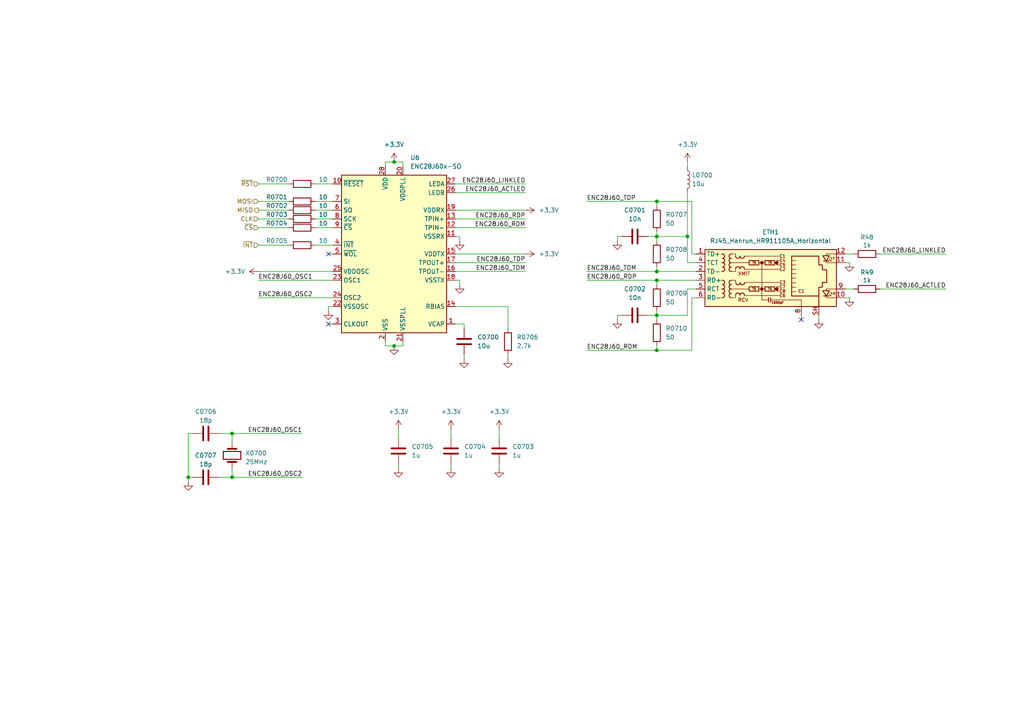
<source format=kicad_sch>
(kicad_sch
	(version 20250114)
	(generator "eeschema")
	(generator_version "9.0")
	(uuid "e4e30b3c-76bc-410a-9c5c-526482374b35")
	(paper "A4")
	(title_block
		(date "2025-02-28")
		(rev "ENC28J60 модуль")
		(comment 2 "Филимонов С.В.")
		(comment 3 "Семеренко Д.А.")
		(comment 4 "Тищенко Л.А.")
	)
	(lib_symbols
		(symbol "Connector:RJ45_Hanrun_HR911105A_Horizontal"
			(exclude_from_sim no)
			(in_bom yes)
			(on_board yes)
			(property "Reference" "J"
				(at 18.415 10.16 0)
				(effects
					(font
						(size 1.27 1.27)
					)
					(justify right)
				)
			)
			(property "Value" "RJ45_Hanrun_HR911105A_Horizontal"
				(at -19.05 10.16 0)
				(effects
					(font
						(size 1.27 1.27)
					)
					(justify left)
				)
			)
			(property "Footprint" "Connector_RJ:RJ45_Hanrun_HR911105A_Horizontal"
				(at 0 12.7 0)
				(effects
					(font
						(size 1.27 1.27)
					)
					(hide yes)
				)
			)
			(property "Datasheet" "https://datasheet.lcsc.com/lcsc/1811141815_HANRUN-Zhongshan-HanRun-Elec-HR911105A_C12074.pdf"
				(at 0 15.24 0)
				(effects
					(font
						(size 1.27 1.27)
					)
					(hide yes)
				)
			)
			(property "Description" "1 Port RJ45 Magjack Connector Through Hole 10/100 Base-T, AutoMDIX"
				(at 0 0 0)
				(effects
					(font
						(size 1.27 1.27)
					)
					(hide yes)
				)
			)
			(property "ki_keywords" "RJ45 Magjack Socket"
				(at 0 0 0)
				(effects
					(font
						(size 1.27 1.27)
					)
					(hide yes)
				)
			)
			(property "ki_fp_filters" "RJ45*Hanrun*HR911105A*"
				(at 0 0 0)
				(effects
					(font
						(size 1.27 1.27)
					)
					(hide yes)
				)
			)
			(symbol "RJ45_Hanrun_HR911105A_Horizontal_0_0"
				(circle
					(center -1.27 5.08)
					(radius 0.0001)
					(stroke
						(width 0.508)
						(type default)
					)
					(fill
						(type none)
					)
				)
				(polyline
					(pts
						(xy -1.27 5.08) (xy -1.27 -5.715)
					)
					(stroke
						(width 0)
						(type default)
					)
					(fill
						(type none)
					)
				)
				(circle
					(center -1.27 -2.54)
					(radius 0.0001)
					(stroke
						(width 0.508)
						(type default)
					)
					(fill
						(type none)
					)
				)
				(polyline
					(pts
						(xy 0.635 -5.08) (xy 0.635 -6.35)
					)
					(stroke
						(width 0.254)
						(type default)
					)
					(fill
						(type none)
					)
				)
				(polyline
					(pts
						(xy 1.27 -5.08) (xy 1.27 -6.35)
					)
					(stroke
						(width 0.254)
						(type default)
					)
					(fill
						(type none)
					)
				)
				(polyline
					(pts
						(xy 3.048 5.08) (xy 2.54 5.08)
					)
					(stroke
						(width 0)
						(type default)
					)
					(fill
						(type none)
					)
				)
				(circle
					(center 3.048 5.08)
					(radius 0.0001)
					(stroke
						(width 0.508)
						(type default)
					)
					(fill
						(type none)
					)
				)
				(polyline
					(pts
						(xy 3.048 -2.54) (xy 2.54 -2.54)
					)
					(stroke
						(width 0)
						(type default)
					)
					(fill
						(type none)
					)
				)
				(circle
					(center 3.048 -2.54)
					(radius 0.0001)
					(stroke
						(width 0.508)
						(type default)
					)
					(fill
						(type none)
					)
				)
				(polyline
					(pts
						(xy 3.683 5.715) (xy 3.048 5.715) (xy 3.048 4.445) (xy 3.683 4.445)
					)
					(stroke
						(width 0)
						(type default)
					)
					(fill
						(type none)
					)
				)
				(polyline
					(pts
						(xy 3.683 -1.905) (xy 3.048 -1.905) (xy 3.048 -3.175) (xy 3.683 -3.175)
					)
					(stroke
						(width 0)
						(type default)
					)
					(fill
						(type none)
					)
				)
				(polyline
					(pts
						(xy 17.399 7.112) (xy 17.399 7.62) (xy 20.32 7.62)
					)
					(stroke
						(width 0)
						(type default)
					)
					(fill
						(type none)
					)
				)
				(polyline
					(pts
						(xy 17.399 -3.048) (xy 17.399 -2.54) (xy 20.32 -2.54)
					)
					(stroke
						(width 0)
						(type default)
					)
					(fill
						(type none)
					)
				)
				(polyline
					(pts
						(xy 20.32 5.08) (xy 17.399 5.08) (xy 17.399 5.588)
					)
					(stroke
						(width 0)
						(type default)
					)
					(fill
						(type none)
					)
				)
				(polyline
					(pts
						(xy 20.32 -5.08) (xy 17.399 -5.08) (xy 17.399 -4.572)
					)
					(stroke
						(width 0)
						(type default)
					)
					(fill
						(type none)
					)
				)
				(text "XMIT"
					(at -8.255 1.905 0)
					(effects
						(font
							(size 1.016 1.016)
						)
						(justify left)
					)
				)
				(text "RCV"
					(at -8.255 -5.715 0)
					(effects
						(font
							(size 1.016 1.016)
						)
						(justify left)
					)
				)
				(text "C1"
					(at 4.699 6.985 0)
					(effects
						(font
							(size 0.889 0.889)
						)
					)
				)
				(text "C4"
					(at 4.699 5.715 0)
					(effects
						(font
							(size 0.889 0.889)
						)
					)
				)
				(text "C5"
					(at 4.699 4.445 0)
					(effects
						(font
							(size 0.889 0.889)
						)
					)
				)
				(text "C2"
					(at 4.699 3.175 0)
					(effects
						(font
							(size 0.889 0.889)
						)
					)
				)
				(text "C3"
					(at 4.699 -0.635 0)
					(effects
						(font
							(size 0.889 0.889)
						)
					)
				)
				(text "C7"
					(at 4.699 -1.905 0)
					(effects
						(font
							(size 0.889 0.889)
						)
					)
				)
				(text "C8"
					(at 4.699 -3.175 0)
					(effects
						(font
							(size 0.889 0.889)
						)
					)
				)
				(text "C6"
					(at 4.699 -4.445 0)
					(effects
						(font
							(size 0.889 0.889)
						)
					)
				)
				(text "C1"
					(at 10.16 -3.175 0)
					(effects
						(font
							(size 0.889 0.889)
						)
					)
				)
			)
			(symbol "RJ45_Hanrun_HR911105A_Horizontal_0_1"
				(rectangle
					(start -17.78 8.89)
					(end 20.32 -7.62)
					(stroke
						(width 0.254)
						(type default)
					)
					(fill
						(type background)
					)
				)
				(polyline
					(pts
						(xy -12.7 7.62) (xy -13.081 7.62)
					)
					(stroke
						(width 0)
						(type default)
					)
					(fill
						(type none)
					)
				)
				(polyline
					(pts
						(xy -12.7 5.08) (xy -13.081 5.08)
					)
					(stroke
						(width 0)
						(type default)
					)
					(fill
						(type none)
					)
				)
				(polyline
					(pts
						(xy -12.7 2.54) (xy -13.081 2.54)
					)
					(stroke
						(width 0)
						(type default)
					)
					(fill
						(type none)
					)
				)
				(polyline
					(pts
						(xy -12.7 0) (xy -13.081 0)
					)
					(stroke
						(width 0)
						(type default)
					)
					(fill
						(type none)
					)
				)
				(polyline
					(pts
						(xy -12.7 -2.54) (xy -13.081 -2.54)
					)
					(stroke
						(width 0)
						(type default)
					)
					(fill
						(type none)
					)
				)
				(polyline
					(pts
						(xy -12.7 -5.08) (xy -13.081 -5.08)
					)
					(stroke
						(width 0)
						(type default)
					)
					(fill
						(type none)
					)
				)
				(polyline
					(pts
						(xy -10.16 7.62) (xy -8.89 7.62) (xy -8.89 6.985)
					)
					(stroke
						(width 0)
						(type default)
					)
					(fill
						(type none)
					)
				)
				(polyline
					(pts
						(xy -10.16 0) (xy -8.89 0) (xy -8.89 -0.635)
					)
					(stroke
						(width 0)
						(type default)
					)
					(fill
						(type none)
					)
				)
				(polyline
					(pts
						(xy -8.89 3.175) (xy -8.89 2.54) (xy -10.16 2.54)
					)
					(stroke
						(width 0)
						(type default)
					)
					(fill
						(type none)
					)
				)
				(polyline
					(pts
						(xy -8.89 -4.445) (xy -8.89 -5.08) (xy -10.16 -5.08)
					)
					(stroke
						(width 0)
						(type default)
					)
					(fill
						(type none)
					)
				)
				(polyline
					(pts
						(xy -6.35 6.985) (xy 3.683 6.985)
					)
					(stroke
						(width 0)
						(type default)
					)
					(fill
						(type none)
					)
				)
				(polyline
					(pts
						(xy -6.35 3.175) (xy 3.683 3.175)
					)
					(stroke
						(width 0)
						(type default)
					)
					(fill
						(type none)
					)
				)
				(polyline
					(pts
						(xy -6.35 -4.445) (xy 3.683 -4.445)
					)
					(stroke
						(width 0)
						(type default)
					)
					(fill
						(type none)
					)
				)
				(polyline
					(pts
						(xy -6.223 -0.635) (xy 3.683 -0.635)
					)
					(stroke
						(width 0)
						(type default)
					)
					(fill
						(type none)
					)
				)
				(polyline
					(pts
						(xy -5.08 -2.54) (xy -10.16 -2.54)
					)
					(stroke
						(width 0)
						(type default)
					)
					(fill
						(type none)
					)
				)
				(polyline
					(pts
						(xy -4.953 5.08) (xy -10.16 5.08)
					)
					(stroke
						(width 0)
						(type default)
					)
					(fill
						(type none)
					)
				)
				(polyline
					(pts
						(xy -2.159 5.08) (xy -0.381 5.08)
					)
					(stroke
						(width 0)
						(type default)
					)
					(fill
						(type none)
					)
				)
				(polyline
					(pts
						(xy -2.159 -2.54) (xy -0.381 -2.54)
					)
					(stroke
						(width 0)
						(type default)
					)
					(fill
						(type none)
					)
				)
				(polyline
					(pts
						(xy 0.635 -5.715) (xy -1.27 -5.715)
					)
					(stroke
						(width 0)
						(type default)
					)
					(fill
						(type none)
					)
				)
				(polyline
					(pts
						(xy 7.366 3.175) (xy 8.636 3.175)
					)
					(stroke
						(width 0)
						(type default)
					)
					(fill
						(type none)
					)
				)
				(polyline
					(pts
						(xy 7.366 1.905) (xy 8.636 1.905)
					)
					(stroke
						(width 0)
						(type default)
					)
					(fill
						(type none)
					)
				)
				(polyline
					(pts
						(xy 7.366 0.635) (xy 8.636 0.635)
					)
					(stroke
						(width 0)
						(type default)
					)
					(fill
						(type none)
					)
				)
				(polyline
					(pts
						(xy 7.366 -0.762) (xy 8.636 -0.762)
					)
					(stroke
						(width 0)
						(type default)
					)
					(fill
						(type none)
					)
				)
				(polyline
					(pts
						(xy 7.366 -2.032) (xy 8.636 -2.032)
					)
					(stroke
						(width 0)
						(type default)
					)
					(fill
						(type none)
					)
				)
				(polyline
					(pts
						(xy 8.636 5.715) (xy 7.366 5.715)
					)
					(stroke
						(width 0)
						(type default)
					)
					(fill
						(type none)
					)
				)
				(polyline
					(pts
						(xy 8.636 4.445) (xy 7.366 4.445)
					)
					(stroke
						(width 0)
						(type default)
					)
					(fill
						(type none)
					)
				)
				(polyline
					(pts
						(xy 8.636 -3.302) (xy 7.366 -3.302)
					)
					(stroke
						(width 0)
						(type default)
					)
					(fill
						(type none)
					)
				)
				(polyline
					(pts
						(xy 10.16 -5.715) (xy 1.27 -5.715)
					)
					(stroke
						(width 0)
						(type default)
					)
					(fill
						(type none)
					)
				)
				(polyline
					(pts
						(xy 10.16 -5.715) (xy 10.16 -7.62)
					)
					(stroke
						(width 0)
						(type default)
					)
					(fill
						(type none)
					)
				)
			)
			(symbol "RJ45_Hanrun_HR911105A_Horizontal_1_0"
				(text "1000pF"
					(at 3.302 -6.477 0)
					(effects
						(font
							(size 0.635 0.635)
						)
					)
				)
			)
			(symbol "RJ45_Hanrun_HR911105A_Horizontal_1_1"
				(arc
					(start -12.7 0)
					(mid -12.0677 -0.635)
					(end -12.7 -1.27)
					(stroke
						(width 0.254)
						(type default)
					)
					(fill
						(type none)
					)
				)
				(arc
					(start -12.6973 7.62)
					(mid -12.065 6.985)
					(end -12.6973 6.35)
					(stroke
						(width 0.254)
						(type default)
					)
					(fill
						(type none)
					)
				)
				(arc
					(start -12.6973 -1.27)
					(mid -12.065 -1.905)
					(end -12.6973 -2.54)
					(stroke
						(width 0.254)
						(type default)
					)
					(fill
						(type none)
					)
				)
				(arc
					(start -12.6973 -2.54)
					(mid -12.065 -3.175)
					(end -12.6973 -3.81)
					(stroke
						(width 0.254)
						(type default)
					)
					(fill
						(type none)
					)
				)
				(arc
					(start -12.6973 -3.81)
					(mid -12.065 -4.445)
					(end -12.6973 -5.08)
					(stroke
						(width 0.254)
						(type default)
					)
					(fill
						(type none)
					)
				)
				(arc
					(start -12.6946 6.35)
					(mid -12.0623 5.715)
					(end -12.6946 5.08)
					(stroke
						(width 0.254)
						(type default)
					)
					(fill
						(type none)
					)
				)
				(arc
					(start -12.6946 5.08)
					(mid -12.0623 4.445)
					(end -12.6946 3.81)
					(stroke
						(width 0.254)
						(type default)
					)
					(fill
						(type none)
					)
				)
				(arc
					(start -12.6946 3.81)
					(mid -12.0623 3.175)
					(end -12.6946 2.54)
					(stroke
						(width 0.254)
						(type default)
					)
					(fill
						(type none)
					)
				)
				(arc
					(start -10.1654 6.35)
					(mid -10.7977 6.985)
					(end -10.1654 7.62)
					(stroke
						(width 0.254)
						(type default)
					)
					(fill
						(type none)
					)
				)
				(arc
					(start -10.1654 5.08)
					(mid -10.7977 5.715)
					(end -10.1654 6.35)
					(stroke
						(width 0.254)
						(type default)
					)
					(fill
						(type none)
					)
				)
				(arc
					(start -10.1654 3.81)
					(mid -10.7977 4.445)
					(end -10.1654 5.08)
					(stroke
						(width 0.254)
						(type default)
					)
					(fill
						(type none)
					)
				)
				(arc
					(start -10.1654 -1.27)
					(mid -10.7977 -0.635)
					(end -10.1654 0)
					(stroke
						(width 0.254)
						(type default)
					)
					(fill
						(type none)
					)
				)
				(arc
					(start -10.1654 -2.54)
					(mid -10.7977 -1.905)
					(end -10.1654 -1.27)
					(stroke
						(width 0.254)
						(type default)
					)
					(fill
						(type none)
					)
				)
				(arc
					(start -10.1654 -3.81)
					(mid -10.7977 -3.175)
					(end -10.1654 -2.54)
					(stroke
						(width 0.254)
						(type default)
					)
					(fill
						(type none)
					)
				)
				(arc
					(start -10.1627 2.54)
					(mid -10.795 3.175)
					(end -10.1627 3.81)
					(stroke
						(width 0.254)
						(type default)
					)
					(fill
						(type none)
					)
				)
				(arc
					(start -10.1627 -5.08)
					(mid -10.795 -4.445)
					(end -10.1627 -3.81)
					(stroke
						(width 0.254)
						(type default)
					)
					(fill
						(type none)
					)
				)
				(arc
					(start -7.62 6.9823)
					(mid -8.255 6.35)
					(end -8.89 6.9823)
					(stroke
						(width 0.254)
						(type default)
					)
					(fill
						(type none)
					)
				)
				(arc
					(start -8.89 3.3047)
					(mid -8.255 3.937)
					(end -7.62 3.3047)
					(stroke
						(width 0.254)
						(type default)
					)
					(fill
						(type none)
					)
				)
				(arc
					(start -8.89 -4.3153)
					(mid -8.255 -3.683)
					(end -7.62 -4.3153)
					(stroke
						(width 0.254)
						(type default)
					)
					(fill
						(type none)
					)
				)
				(arc
					(start -7.5565 -0.7012)
					(mid -8.1915 -1.3335)
					(end -8.8265 -0.7012)
					(stroke
						(width 0.254)
						(type default)
					)
					(fill
						(type none)
					)
				)
				(arc
					(start -6.35 6.985)
					(mid -6.985 6.3527)
					(end -7.62 6.985)
					(stroke
						(width 0.254)
						(type default)
					)
					(fill
						(type none)
					)
				)
				(arc
					(start -7.62 3.3074)
					(mid -6.985 3.9397)
					(end -6.35 3.3074)
					(stroke
						(width 0.254)
						(type default)
					)
					(fill
						(type none)
					)
				)
				(arc
					(start -7.62 -4.3126)
					(mid -6.985 -3.6803)
					(end -6.35 -4.3126)
					(stroke
						(width 0.254)
						(type default)
					)
					(fill
						(type none)
					)
				)
				(arc
					(start -6.2865 -0.6985)
					(mid -6.9215 -1.3308)
					(end -7.5565 -0.6985)
					(stroke
						(width 0.254)
						(type default)
					)
					(fill
						(type none)
					)
				)
				(rectangle
					(start -4.953 5.715)
					(end -2.159 4.445)
					(stroke
						(width 0.254)
						(type default)
					)
					(fill
						(type none)
					)
				)
				(rectangle
					(start -4.953 -1.905)
					(end -2.159 -3.175)
					(stroke
						(width 0.254)
						(type default)
					)
					(fill
						(type none)
					)
				)
				(rectangle
					(start -0.381 5.715)
					(end 2.413 4.445)
					(stroke
						(width 0.254)
						(type default)
					)
					(fill
						(type none)
					)
				)
				(rectangle
					(start -0.381 -1.905)
					(end 2.413 -3.175)
					(stroke
						(width 0.254)
						(type default)
					)
					(fill
						(type none)
					)
				)
				(polyline
					(pts
						(xy 7.366 -4.572) (xy 7.366 6.985) (xy 15.24 6.985) (xy 15.24 4.445) (xy 16.256 4.445) (xy 16.256 3.048)
						(xy 17.526 3.048) (xy 17.526 -0.635) (xy 16.256 -0.635) (xy 16.256 -2.032) (xy 15.24 -2.032) (xy 15.24 -4.572)
						(xy 7.366 -4.572)
					)
					(stroke
						(width 0.254)
						(type default)
					)
					(fill
						(type none)
					)
				)
				(polyline
					(pts
						(xy 15.24 -7.62) (xy 15.24 -4.572)
					)
					(stroke
						(width 0.254)
						(type default)
					)
					(fill
						(type none)
					)
				)
				(polyline
					(pts
						(xy 18.161 5.588) (xy 16.637 5.588)
					)
					(stroke
						(width 0.254)
						(type default)
					)
					(fill
						(type none)
					)
				)
				(polyline
					(pts
						(xy 18.161 -4.572) (xy 16.637 -4.572)
					)
					(stroke
						(width 0.254)
						(type default)
					)
					(fill
						(type none)
					)
				)
				(polyline
					(pts
						(xy 18.288 7.112) (xy 16.383 7.112) (xy 17.399 5.588) (xy 18.288 7.112)
					)
					(stroke
						(width 0.254)
						(type default)
					)
					(fill
						(type none)
					)
				)
				(polyline
					(pts
						(xy 18.288 6.096) (xy 18.796 5.588) (xy 18.542 5.588)
					)
					(stroke
						(width 0)
						(type default)
					)
					(fill
						(type none)
					)
				)
				(polyline
					(pts
						(xy 18.288 -3.048) (xy 16.383 -3.048) (xy 17.399 -4.572) (xy 18.288 -3.048)
					)
					(stroke
						(width 0.254)
						(type default)
					)
					(fill
						(type none)
					)
				)
				(polyline
					(pts
						(xy 18.288 -4.064) (xy 18.796 -4.572) (xy 18.542 -4.572)
					)
					(stroke
						(width 0)
						(type default)
					)
					(fill
						(type none)
					)
				)
				(polyline
					(pts
						(xy 18.542 6.731) (xy 19.05 6.223) (xy 18.796 6.223)
					)
					(stroke
						(width 0)
						(type default)
					)
					(fill
						(type none)
					)
				)
				(polyline
					(pts
						(xy 18.542 -3.429) (xy 19.05 -3.937) (xy 18.796 -3.937)
					)
					(stroke
						(width 0)
						(type default)
					)
					(fill
						(type none)
					)
				)
				(polyline
					(pts
						(xy 18.796 5.588) (xy 18.796 5.842)
					)
					(stroke
						(width 0)
						(type default)
					)
					(fill
						(type none)
					)
				)
				(polyline
					(pts
						(xy 18.796 -4.572) (xy 18.796 -4.318)
					)
					(stroke
						(width 0)
						(type default)
					)
					(fill
						(type none)
					)
				)
				(polyline
					(pts
						(xy 19.05 6.223) (xy 19.05 6.477)
					)
					(stroke
						(width 0)
						(type default)
					)
					(fill
						(type none)
					)
				)
				(polyline
					(pts
						(xy 19.05 -3.937) (xy 19.05 -3.683)
					)
					(stroke
						(width 0)
						(type default)
					)
					(fill
						(type none)
					)
				)
				(text "75"
					(at -3.556 5.08 0)
					(effects
						(font
							(size 0.635 0.635)
						)
					)
				)
				(text "75"
					(at -3.556 -2.54 0)
					(effects
						(font
							(size 0.635 0.635)
						)
					)
				)
				(text "75"
					(at 1.016 5.08 0)
					(effects
						(font
							(size 0.635 0.635)
						)
					)
				)
				(text "75"
					(at 1.016 -2.54 0)
					(effects
						(font
							(size 0.635 0.635)
						)
					)
				)
				(text "Y"
					(at 19.558 6.35 0)
					(effects
						(font
							(size 0.635 0.635)
						)
					)
				)
				(text "G"
					(at 19.685 -3.81 0)
					(effects
						(font
							(size 0.635 0.635)
						)
					)
				)
				(pin passive line
					(at -20.32 7.62 0)
					(length 2.54)
					(name "TD+"
						(effects
							(font
								(size 1.27 1.27)
							)
						)
					)
					(number "1"
						(effects
							(font
								(size 1.27 1.27)
							)
						)
					)
				)
				(pin passive line
					(at -20.32 5.08 0)
					(length 2.54)
					(name "TCT"
						(effects
							(font
								(size 1.27 1.27)
							)
						)
					)
					(number "4"
						(effects
							(font
								(size 1.27 1.27)
							)
						)
					)
				)
				(pin passive line
					(at -20.32 2.54 0)
					(length 2.54)
					(name "TD-"
						(effects
							(font
								(size 1.27 1.27)
							)
						)
					)
					(number "2"
						(effects
							(font
								(size 1.27 1.27)
							)
						)
					)
				)
				(pin passive line
					(at -20.32 0 0)
					(length 2.54)
					(name "RD+"
						(effects
							(font
								(size 1.27 1.27)
							)
						)
					)
					(number "3"
						(effects
							(font
								(size 1.27 1.27)
							)
						)
					)
				)
				(pin passive line
					(at -20.32 -2.54 0)
					(length 2.54)
					(name "RCT"
						(effects
							(font
								(size 1.27 1.27)
							)
						)
					)
					(number "5"
						(effects
							(font
								(size 1.27 1.27)
							)
						)
					)
				)
				(pin passive line
					(at -20.32 -5.08 0)
					(length 2.54)
					(name "RD-"
						(effects
							(font
								(size 1.27 1.27)
							)
						)
					)
					(number "6"
						(effects
							(font
								(size 1.27 1.27)
							)
						)
					)
				)
				(pin power_in line
					(at 10.16 -10.16 90)
					(length 2.54)
					(name ""
						(effects
							(font
								(size 1.27 1.27)
							)
						)
					)
					(number "8"
						(effects
							(font
								(size 1.27 1.27)
							)
						)
					)
				)
				(pin passive line
					(at 15.24 -10.16 90)
					(length 2.54)
					(name ""
						(effects
							(font
								(size 1.27 1.27)
							)
						)
					)
					(number "SH"
						(effects
							(font
								(size 1.27 1.27)
							)
						)
					)
				)
				(pin no_connect line
					(at 20.32 0 0)
					(length 0)
					(hide yes)
					(name "NC"
						(effects
							(font
								(size 1.27 1.27)
							)
						)
					)
					(number "7"
						(effects
							(font
								(size 1.27 1.27)
							)
						)
					)
				)
				(pin passive line
					(at 22.86 7.62 180)
					(length 2.54)
					(name ""
						(effects
							(font
								(size 1.27 1.27)
							)
						)
					)
					(number "12"
						(effects
							(font
								(size 1.27 1.27)
							)
						)
					)
				)
				(pin passive line
					(at 22.86 5.08 180)
					(length 2.54)
					(name ""
						(effects
							(font
								(size 1.27 1.27)
							)
						)
					)
					(number "11"
						(effects
							(font
								(size 1.27 1.27)
							)
						)
					)
				)
				(pin passive line
					(at 22.86 -2.54 180)
					(length 2.54)
					(name ""
						(effects
							(font
								(size 1.27 1.27)
							)
						)
					)
					(number "9"
						(effects
							(font
								(size 1.27 1.27)
							)
						)
					)
				)
				(pin passive line
					(at 22.86 -5.08 180)
					(length 2.54)
					(name ""
						(effects
							(font
								(size 1.27 1.27)
							)
						)
					)
					(number "10"
						(effects
							(font
								(size 1.27 1.27)
							)
						)
					)
				)
			)
			(embedded_fonts no)
		)
		(symbol "Device:C"
			(pin_numbers
				(hide yes)
			)
			(pin_names
				(offset 0.254)
			)
			(exclude_from_sim no)
			(in_bom yes)
			(on_board yes)
			(property "Reference" "C"
				(at 0.635 2.54 0)
				(effects
					(font
						(size 1.27 1.27)
					)
					(justify left)
				)
			)
			(property "Value" "C"
				(at 0.635 -2.54 0)
				(effects
					(font
						(size 1.27 1.27)
					)
					(justify left)
				)
			)
			(property "Footprint" ""
				(at 0.9652 -3.81 0)
				(effects
					(font
						(size 1.27 1.27)
					)
					(hide yes)
				)
			)
			(property "Datasheet" "~"
				(at 0 0 0)
				(effects
					(font
						(size 1.27 1.27)
					)
					(hide yes)
				)
			)
			(property "Description" "Unpolarized capacitor"
				(at 0 0 0)
				(effects
					(font
						(size 1.27 1.27)
					)
					(hide yes)
				)
			)
			(property "ki_keywords" "cap capacitor"
				(at 0 0 0)
				(effects
					(font
						(size 1.27 1.27)
					)
					(hide yes)
				)
			)
			(property "ki_fp_filters" "C_*"
				(at 0 0 0)
				(effects
					(font
						(size 1.27 1.27)
					)
					(hide yes)
				)
			)
			(symbol "C_0_1"
				(polyline
					(pts
						(xy -2.032 0.762) (xy 2.032 0.762)
					)
					(stroke
						(width 0.508)
						(type default)
					)
					(fill
						(type none)
					)
				)
				(polyline
					(pts
						(xy -2.032 -0.762) (xy 2.032 -0.762)
					)
					(stroke
						(width 0.508)
						(type default)
					)
					(fill
						(type none)
					)
				)
			)
			(symbol "C_1_1"
				(pin passive line
					(at 0 3.81 270)
					(length 2.794)
					(name "~"
						(effects
							(font
								(size 1.27 1.27)
							)
						)
					)
					(number "1"
						(effects
							(font
								(size 1.27 1.27)
							)
						)
					)
				)
				(pin passive line
					(at 0 -3.81 90)
					(length 2.794)
					(name "~"
						(effects
							(font
								(size 1.27 1.27)
							)
						)
					)
					(number "2"
						(effects
							(font
								(size 1.27 1.27)
							)
						)
					)
				)
			)
			(embedded_fonts no)
		)
		(symbol "Device:Crystal"
			(pin_numbers
				(hide yes)
			)
			(pin_names
				(offset 1.016)
				(hide yes)
			)
			(exclude_from_sim no)
			(in_bom yes)
			(on_board yes)
			(property "Reference" "Y"
				(at 0 3.81 0)
				(effects
					(font
						(size 1.27 1.27)
					)
				)
			)
			(property "Value" "Crystal"
				(at 0 -3.81 0)
				(effects
					(font
						(size 1.27 1.27)
					)
				)
			)
			(property "Footprint" ""
				(at 0 0 0)
				(effects
					(font
						(size 1.27 1.27)
					)
					(hide yes)
				)
			)
			(property "Datasheet" "~"
				(at 0 0 0)
				(effects
					(font
						(size 1.27 1.27)
					)
					(hide yes)
				)
			)
			(property "Description" "Two pin crystal"
				(at 0 0 0)
				(effects
					(font
						(size 1.27 1.27)
					)
					(hide yes)
				)
			)
			(property "ki_keywords" "quartz ceramic resonator oscillator"
				(at 0 0 0)
				(effects
					(font
						(size 1.27 1.27)
					)
					(hide yes)
				)
			)
			(property "ki_fp_filters" "Crystal*"
				(at 0 0 0)
				(effects
					(font
						(size 1.27 1.27)
					)
					(hide yes)
				)
			)
			(symbol "Crystal_0_1"
				(polyline
					(pts
						(xy -2.54 0) (xy -1.905 0)
					)
					(stroke
						(width 0)
						(type default)
					)
					(fill
						(type none)
					)
				)
				(polyline
					(pts
						(xy -1.905 -1.27) (xy -1.905 1.27)
					)
					(stroke
						(width 0.508)
						(type default)
					)
					(fill
						(type none)
					)
				)
				(rectangle
					(start -1.143 2.54)
					(end 1.143 -2.54)
					(stroke
						(width 0.3048)
						(type default)
					)
					(fill
						(type none)
					)
				)
				(polyline
					(pts
						(xy 1.905 -1.27) (xy 1.905 1.27)
					)
					(stroke
						(width 0.508)
						(type default)
					)
					(fill
						(type none)
					)
				)
				(polyline
					(pts
						(xy 2.54 0) (xy 1.905 0)
					)
					(stroke
						(width 0)
						(type default)
					)
					(fill
						(type none)
					)
				)
			)
			(symbol "Crystal_1_1"
				(pin passive line
					(at -3.81 0 0)
					(length 1.27)
					(name "1"
						(effects
							(font
								(size 1.27 1.27)
							)
						)
					)
					(number "1"
						(effects
							(font
								(size 1.27 1.27)
							)
						)
					)
				)
				(pin passive line
					(at 3.81 0 180)
					(length 1.27)
					(name "2"
						(effects
							(font
								(size 1.27 1.27)
							)
						)
					)
					(number "2"
						(effects
							(font
								(size 1.27 1.27)
							)
						)
					)
				)
			)
			(embedded_fonts no)
		)
		(symbol "Device:L"
			(pin_numbers
				(hide yes)
			)
			(pin_names
				(offset 1.016)
				(hide yes)
			)
			(exclude_from_sim no)
			(in_bom yes)
			(on_board yes)
			(property "Reference" "L"
				(at -1.27 0 90)
				(effects
					(font
						(size 1.27 1.27)
					)
				)
			)
			(property "Value" "L"
				(at 1.905 0 90)
				(effects
					(font
						(size 1.27 1.27)
					)
				)
			)
			(property "Footprint" ""
				(at 0 0 0)
				(effects
					(font
						(size 1.27 1.27)
					)
					(hide yes)
				)
			)
			(property "Datasheet" "~"
				(at 0 0 0)
				(effects
					(font
						(size 1.27 1.27)
					)
					(hide yes)
				)
			)
			(property "Description" "Inductor"
				(at 0 0 0)
				(effects
					(font
						(size 1.27 1.27)
					)
					(hide yes)
				)
			)
			(property "ki_keywords" "inductor choke coil reactor magnetic"
				(at 0 0 0)
				(effects
					(font
						(size 1.27 1.27)
					)
					(hide yes)
				)
			)
			(property "ki_fp_filters" "Choke_* *Coil* Inductor_* L_*"
				(at 0 0 0)
				(effects
					(font
						(size 1.27 1.27)
					)
					(hide yes)
				)
			)
			(symbol "L_0_1"
				(arc
					(start 0 2.54)
					(mid 0.6323 1.905)
					(end 0 1.27)
					(stroke
						(width 0)
						(type default)
					)
					(fill
						(type none)
					)
				)
				(arc
					(start 0 1.27)
					(mid 0.6323 0.635)
					(end 0 0)
					(stroke
						(width 0)
						(type default)
					)
					(fill
						(type none)
					)
				)
				(arc
					(start 0 0)
					(mid 0.6323 -0.635)
					(end 0 -1.27)
					(stroke
						(width 0)
						(type default)
					)
					(fill
						(type none)
					)
				)
				(arc
					(start 0 -1.27)
					(mid 0.6323 -1.905)
					(end 0 -2.54)
					(stroke
						(width 0)
						(type default)
					)
					(fill
						(type none)
					)
				)
			)
			(symbol "L_1_1"
				(pin passive line
					(at 0 3.81 270)
					(length 1.27)
					(name "1"
						(effects
							(font
								(size 1.27 1.27)
							)
						)
					)
					(number "1"
						(effects
							(font
								(size 1.27 1.27)
							)
						)
					)
				)
				(pin passive line
					(at 0 -3.81 90)
					(length 1.27)
					(name "2"
						(effects
							(font
								(size 1.27 1.27)
							)
						)
					)
					(number "2"
						(effects
							(font
								(size 1.27 1.27)
							)
						)
					)
				)
			)
			(embedded_fonts no)
		)
		(symbol "Device:R"
			(pin_numbers
				(hide yes)
			)
			(pin_names
				(offset 0)
			)
			(exclude_from_sim no)
			(in_bom yes)
			(on_board yes)
			(property "Reference" "R"
				(at 2.032 0 90)
				(effects
					(font
						(size 1.27 1.27)
					)
				)
			)
			(property "Value" "R"
				(at 0 0 90)
				(effects
					(font
						(size 1.27 1.27)
					)
				)
			)
			(property "Footprint" ""
				(at -1.778 0 90)
				(effects
					(font
						(size 1.27 1.27)
					)
					(hide yes)
				)
			)
			(property "Datasheet" "~"
				(at 0 0 0)
				(effects
					(font
						(size 1.27 1.27)
					)
					(hide yes)
				)
			)
			(property "Description" "Resistor"
				(at 0 0 0)
				(effects
					(font
						(size 1.27 1.27)
					)
					(hide yes)
				)
			)
			(property "ki_keywords" "R res resistor"
				(at 0 0 0)
				(effects
					(font
						(size 1.27 1.27)
					)
					(hide yes)
				)
			)
			(property "ki_fp_filters" "R_*"
				(at 0 0 0)
				(effects
					(font
						(size 1.27 1.27)
					)
					(hide yes)
				)
			)
			(symbol "R_0_1"
				(rectangle
					(start -1.016 -2.54)
					(end 1.016 2.54)
					(stroke
						(width 0.254)
						(type default)
					)
					(fill
						(type none)
					)
				)
			)
			(symbol "R_1_1"
				(pin passive line
					(at 0 3.81 270)
					(length 1.27)
					(name "~"
						(effects
							(font
								(size 1.27 1.27)
							)
						)
					)
					(number "1"
						(effects
							(font
								(size 1.27 1.27)
							)
						)
					)
				)
				(pin passive line
					(at 0 -3.81 90)
					(length 1.27)
					(name "~"
						(effects
							(font
								(size 1.27 1.27)
							)
						)
					)
					(number "2"
						(effects
							(font
								(size 1.27 1.27)
							)
						)
					)
				)
			)
			(embedded_fonts no)
		)
		(symbol "Interface_Ethernet:ENC28J60x-SO"
			(exclude_from_sim no)
			(in_bom yes)
			(on_board yes)
			(property "Reference" "U"
				(at -13.97 24.13 0)
				(effects
					(font
						(size 1.27 1.27)
					)
					(justify left)
				)
			)
			(property "Value" "ENC28J60x-SO"
				(at 5.08 24.13 0)
				(effects
					(font
						(size 1.27 1.27)
					)
					(justify left)
				)
			)
			(property "Footprint" "Package_SO:SOIC-28W_7.5x17.9mm_P1.27mm"
				(at 29.21 -24.13 0)
				(effects
					(font
						(size 1.27 1.27)
						(italic yes)
					)
					(hide yes)
				)
			)
			(property "Datasheet" "http://ww1.microchip.com/downloads/en/devicedoc/39662e.pdf"
				(at 0 0 0)
				(effects
					(font
						(size 1.27 1.27)
					)
					(hide yes)
				)
			)
			(property "Description" "ENC28J60 Single Chip Ethernet Interface, SOIC-28"
				(at 0 0 0)
				(effects
					(font
						(size 1.27 1.27)
					)
					(hide yes)
				)
			)
			(property "ki_keywords" "ENC Ethernet"
				(at 0 0 0)
				(effects
					(font
						(size 1.27 1.27)
					)
					(hide yes)
				)
			)
			(property "ki_fp_filters" "SOIC*28*7.5x17.9mm*P1.27mm*"
				(at 0 0 0)
				(effects
					(font
						(size 1.27 1.27)
					)
					(hide yes)
				)
			)
			(symbol "ENC28J60x-SO_0_1"
				(rectangle
					(start -15.24 22.86)
					(end 15.24 -22.86)
					(stroke
						(width 0.254)
						(type default)
					)
					(fill
						(type background)
					)
				)
			)
			(symbol "ENC28J60x-SO_1_1"
				(pin input line
					(at -17.78 20.32 0)
					(length 2.54)
					(name "~{RESET}"
						(effects
							(font
								(size 1.27 1.27)
							)
						)
					)
					(number "10"
						(effects
							(font
								(size 1.27 1.27)
							)
						)
					)
				)
				(pin input line
					(at -17.78 15.24 0)
					(length 2.54)
					(name "SI"
						(effects
							(font
								(size 1.27 1.27)
							)
						)
					)
					(number "7"
						(effects
							(font
								(size 1.27 1.27)
							)
						)
					)
				)
				(pin output line
					(at -17.78 12.7 0)
					(length 2.54)
					(name "SO"
						(effects
							(font
								(size 1.27 1.27)
							)
						)
					)
					(number "6"
						(effects
							(font
								(size 1.27 1.27)
							)
						)
					)
				)
				(pin input line
					(at -17.78 10.16 0)
					(length 2.54)
					(name "SCK"
						(effects
							(font
								(size 1.27 1.27)
							)
						)
					)
					(number "8"
						(effects
							(font
								(size 1.27 1.27)
							)
						)
					)
				)
				(pin input line
					(at -17.78 7.62 0)
					(length 2.54)
					(name "~{CS}"
						(effects
							(font
								(size 1.27 1.27)
							)
						)
					)
					(number "9"
						(effects
							(font
								(size 1.27 1.27)
							)
						)
					)
				)
				(pin output line
					(at -17.78 2.54 0)
					(length 2.54)
					(name "~{INT}"
						(effects
							(font
								(size 1.27 1.27)
							)
						)
					)
					(number "4"
						(effects
							(font
								(size 1.27 1.27)
							)
						)
					)
				)
				(pin output line
					(at -17.78 0 0)
					(length 2.54)
					(name "~{WOL}"
						(effects
							(font
								(size 1.27 1.27)
							)
						)
					)
					(number "5"
						(effects
							(font
								(size 1.27 1.27)
							)
						)
					)
				)
				(pin power_in line
					(at -17.78 -5.08 0)
					(length 2.54)
					(name "VDDOSC"
						(effects
							(font
								(size 1.27 1.27)
							)
						)
					)
					(number "25"
						(effects
							(font
								(size 1.27 1.27)
							)
						)
					)
				)
				(pin input line
					(at -17.78 -7.62 0)
					(length 2.54)
					(name "OSC1"
						(effects
							(font
								(size 1.27 1.27)
							)
						)
					)
					(number "23"
						(effects
							(font
								(size 1.27 1.27)
							)
						)
					)
				)
				(pin input line
					(at -17.78 -12.7 0)
					(length 2.54)
					(name "OSC2"
						(effects
							(font
								(size 1.27 1.27)
							)
						)
					)
					(number "24"
						(effects
							(font
								(size 1.27 1.27)
							)
						)
					)
				)
				(pin power_in line
					(at -17.78 -15.24 0)
					(length 2.54)
					(name "VSSOSC"
						(effects
							(font
								(size 1.27 1.27)
							)
						)
					)
					(number "22"
						(effects
							(font
								(size 1.27 1.27)
							)
						)
					)
				)
				(pin output line
					(at -17.78 -20.32 0)
					(length 2.54)
					(name "CLKOUT"
						(effects
							(font
								(size 1.27 1.27)
							)
						)
					)
					(number "3"
						(effects
							(font
								(size 1.27 1.27)
							)
						)
					)
				)
				(pin power_in line
					(at -2.54 25.4 270)
					(length 2.54)
					(name "VDD"
						(effects
							(font
								(size 1.27 1.27)
							)
						)
					)
					(number "28"
						(effects
							(font
								(size 1.27 1.27)
							)
						)
					)
				)
				(pin power_in line
					(at -2.54 -25.4 90)
					(length 2.54)
					(name "VSS"
						(effects
							(font
								(size 1.27 1.27)
							)
						)
					)
					(number "2"
						(effects
							(font
								(size 1.27 1.27)
							)
						)
					)
				)
				(pin power_in line
					(at 2.54 25.4 270)
					(length 2.54)
					(name "VDDPLL"
						(effects
							(font
								(size 1.27 1.27)
							)
						)
					)
					(number "20"
						(effects
							(font
								(size 1.27 1.27)
							)
						)
					)
				)
				(pin power_in line
					(at 2.54 -25.4 90)
					(length 2.54)
					(name "VSSPLL"
						(effects
							(font
								(size 1.27 1.27)
							)
						)
					)
					(number "21"
						(effects
							(font
								(size 1.27 1.27)
							)
						)
					)
				)
				(pin output line
					(at 17.78 20.32 180)
					(length 2.54)
					(name "LEDA"
						(effects
							(font
								(size 1.27 1.27)
							)
						)
					)
					(number "27"
						(effects
							(font
								(size 1.27 1.27)
							)
						)
					)
				)
				(pin output line
					(at 17.78 17.78 180)
					(length 2.54)
					(name "LEDB"
						(effects
							(font
								(size 1.27 1.27)
							)
						)
					)
					(number "26"
						(effects
							(font
								(size 1.27 1.27)
							)
						)
					)
				)
				(pin power_in line
					(at 17.78 12.7 180)
					(length 2.54)
					(name "VDDRX"
						(effects
							(font
								(size 1.27 1.27)
							)
						)
					)
					(number "19"
						(effects
							(font
								(size 1.27 1.27)
							)
						)
					)
				)
				(pin input line
					(at 17.78 10.16 180)
					(length 2.54)
					(name "TPIN+"
						(effects
							(font
								(size 1.27 1.27)
							)
						)
					)
					(number "13"
						(effects
							(font
								(size 1.27 1.27)
							)
						)
					)
				)
				(pin input line
					(at 17.78 7.62 180)
					(length 2.54)
					(name "TPIN-"
						(effects
							(font
								(size 1.27 1.27)
							)
						)
					)
					(number "12"
						(effects
							(font
								(size 1.27 1.27)
							)
						)
					)
				)
				(pin power_in line
					(at 17.78 5.08 180)
					(length 2.54)
					(name "VSSRX"
						(effects
							(font
								(size 1.27 1.27)
							)
						)
					)
					(number "11"
						(effects
							(font
								(size 1.27 1.27)
							)
						)
					)
				)
				(pin power_in line
					(at 17.78 0 180)
					(length 2.54)
					(name "VDDTX"
						(effects
							(font
								(size 1.27 1.27)
							)
						)
					)
					(number "15"
						(effects
							(font
								(size 1.27 1.27)
							)
						)
					)
				)
				(pin output line
					(at 17.78 -2.54 180)
					(length 2.54)
					(name "TPOUT+"
						(effects
							(font
								(size 1.27 1.27)
							)
						)
					)
					(number "17"
						(effects
							(font
								(size 1.27 1.27)
							)
						)
					)
				)
				(pin output line
					(at 17.78 -5.08 180)
					(length 2.54)
					(name "TPOUT-"
						(effects
							(font
								(size 1.27 1.27)
							)
						)
					)
					(number "16"
						(effects
							(font
								(size 1.27 1.27)
							)
						)
					)
				)
				(pin power_in line
					(at 17.78 -7.62 180)
					(length 2.54)
					(name "VSSTX"
						(effects
							(font
								(size 1.27 1.27)
							)
						)
					)
					(number "18"
						(effects
							(font
								(size 1.27 1.27)
							)
						)
					)
				)
				(pin input line
					(at 17.78 -15.24 180)
					(length 2.54)
					(name "RBIAS"
						(effects
							(font
								(size 1.27 1.27)
							)
						)
					)
					(number "14"
						(effects
							(font
								(size 1.27 1.27)
							)
						)
					)
				)
				(pin input line
					(at 17.78 -20.32 180)
					(length 2.54)
					(name "VCAP"
						(effects
							(font
								(size 1.27 1.27)
							)
						)
					)
					(number "1"
						(effects
							(font
								(size 1.27 1.27)
							)
						)
					)
				)
			)
			(embedded_fonts no)
		)
		(symbol "power:+3.3V"
			(power)
			(pin_numbers
				(hide yes)
			)
			(pin_names
				(offset 0)
				(hide yes)
			)
			(exclude_from_sim no)
			(in_bom yes)
			(on_board yes)
			(property "Reference" "#PWR"
				(at 0 -3.81 0)
				(effects
					(font
						(size 1.27 1.27)
					)
					(hide yes)
				)
			)
			(property "Value" "+3.3V"
				(at 0 3.556 0)
				(effects
					(font
						(size 1.27 1.27)
					)
				)
			)
			(property "Footprint" ""
				(at 0 0 0)
				(effects
					(font
						(size 1.27 1.27)
					)
					(hide yes)
				)
			)
			(property "Datasheet" ""
				(at 0 0 0)
				(effects
					(font
						(size 1.27 1.27)
					)
					(hide yes)
				)
			)
			(property "Description" "Power symbol creates a global label with name \"+3.3V\""
				(at 0 0 0)
				(effects
					(font
						(size 1.27 1.27)
					)
					(hide yes)
				)
			)
			(property "ki_keywords" "global power"
				(at 0 0 0)
				(effects
					(font
						(size 1.27 1.27)
					)
					(hide yes)
				)
			)
			(symbol "+3.3V_0_1"
				(polyline
					(pts
						(xy -0.762 1.27) (xy 0 2.54)
					)
					(stroke
						(width 0)
						(type default)
					)
					(fill
						(type none)
					)
				)
				(polyline
					(pts
						(xy 0 2.54) (xy 0.762 1.27)
					)
					(stroke
						(width 0)
						(type default)
					)
					(fill
						(type none)
					)
				)
				(polyline
					(pts
						(xy 0 0) (xy 0 2.54)
					)
					(stroke
						(width 0)
						(type default)
					)
					(fill
						(type none)
					)
				)
			)
			(symbol "+3.3V_1_1"
				(pin power_in line
					(at 0 0 90)
					(length 0)
					(name "~"
						(effects
							(font
								(size 1.27 1.27)
							)
						)
					)
					(number "1"
						(effects
							(font
								(size 1.27 1.27)
							)
						)
					)
				)
			)
			(embedded_fonts no)
		)
		(symbol "power:GND"
			(power)
			(pin_numbers
				(hide yes)
			)
			(pin_names
				(offset 0)
				(hide yes)
			)
			(exclude_from_sim no)
			(in_bom yes)
			(on_board yes)
			(property "Reference" "#PWR"
				(at 0 -6.35 0)
				(effects
					(font
						(size 1.27 1.27)
					)
					(hide yes)
				)
			)
			(property "Value" "GND"
				(at 0 -3.81 0)
				(effects
					(font
						(size 1.27 1.27)
					)
				)
			)
			(property "Footprint" ""
				(at 0 0 0)
				(effects
					(font
						(size 1.27 1.27)
					)
					(hide yes)
				)
			)
			(property "Datasheet" ""
				(at 0 0 0)
				(effects
					(font
						(size 1.27 1.27)
					)
					(hide yes)
				)
			)
			(property "Description" "Power symbol creates a global label with name \"GND\" , ground"
				(at 0 0 0)
				(effects
					(font
						(size 1.27 1.27)
					)
					(hide yes)
				)
			)
			(property "ki_keywords" "global power"
				(at 0 0 0)
				(effects
					(font
						(size 1.27 1.27)
					)
					(hide yes)
				)
			)
			(symbol "GND_0_1"
				(polyline
					(pts
						(xy 0 0) (xy 0 -1.27) (xy 1.27 -1.27) (xy 0 -2.54) (xy -1.27 -1.27) (xy 0 -1.27)
					)
					(stroke
						(width 0)
						(type default)
					)
					(fill
						(type none)
					)
				)
			)
			(symbol "GND_1_1"
				(pin power_in line
					(at 0 0 270)
					(length 0)
					(name "~"
						(effects
							(font
								(size 1.27 1.27)
							)
						)
					)
					(number "1"
						(effects
							(font
								(size 1.27 1.27)
							)
						)
					)
				)
			)
			(embedded_fonts no)
		)
	)
	(junction
		(at 190.5 68.58)
		(diameter 0)
		(color 0 0 0 0)
		(uuid "017d2c02-af14-4f6c-a231-ffaa603507ee")
	)
	(junction
		(at 190.5 81.28)
		(diameter 0)
		(color 0 0 0 0)
		(uuid "02acecfa-9911-4d12-ba78-0ecabc50075e")
	)
	(junction
		(at 199.39 68.58)
		(diameter 0)
		(color 0 0 0 0)
		(uuid "2ff55073-1eb1-47b9-9f22-d40b9e6fed62")
	)
	(junction
		(at 67.31 125.73)
		(diameter 0)
		(color 0 0 0 0)
		(uuid "43b16436-684c-4e16-836c-5b7ad6a31bbf")
	)
	(junction
		(at 114.3 46.99)
		(diameter 0)
		(color 0 0 0 0)
		(uuid "512d2f67-5546-40be-aec9-f2f08cabce58")
	)
	(junction
		(at 67.31 138.43)
		(diameter 0)
		(color 0 0 0 0)
		(uuid "6c5fec5f-3840-46c8-868b-9b2194fb60d8")
	)
	(junction
		(at 190.5 91.44)
		(diameter 0)
		(color 0 0 0 0)
		(uuid "6d433648-ab1f-4485-8d90-224cbd2f955d")
	)
	(junction
		(at 114.3 100.33)
		(diameter 0)
		(color 0 0 0 0)
		(uuid "768a6ed1-adb8-4d6d-82ce-e498891f75bd")
	)
	(junction
		(at 190.5 78.74)
		(diameter 0)
		(color 0 0 0 0)
		(uuid "a1e55c1f-0744-4532-84c5-a6f0cee76012")
	)
	(junction
		(at 190.5 58.42)
		(diameter 0)
		(color 0 0 0 0)
		(uuid "cb5a8cf7-ac33-4033-9d0b-2a17110dd5a5")
	)
	(junction
		(at 190.5 101.6)
		(diameter 0)
		(color 0 0 0 0)
		(uuid "d072fbe6-545a-4ed8-8f1f-527e44b67c4a")
	)
	(junction
		(at 54.61 138.43)
		(diameter 0)
		(color 0 0 0 0)
		(uuid "f7fd68f9-5c0b-4fb5-b555-417634fffef7")
	)
	(no_connect
		(at 95.25 93.98)
		(uuid "35058ece-f200-4c3b-b50b-55da3e59ce54")
	)
	(no_connect
		(at 95.25 73.66)
		(uuid "6bd2a6f4-06d1-4076-8b5e-9c9bd363b87b")
	)
	(no_connect
		(at 232.41 92.71)
		(uuid "aa651b41-7496-462f-81b5-2906dde4e296")
	)
	(wire
		(pts
			(xy 245.11 76.2) (xy 246.38 76.2)
		)
		(stroke
			(width 0)
			(type default)
		)
		(uuid "0acc484b-5757-41ba-bf33-fbe9dd7a9327")
	)
	(wire
		(pts
			(xy 130.81 124.46) (xy 130.81 127)
		)
		(stroke
			(width 0)
			(type default)
		)
		(uuid "0c3ce8ad-3e60-4491-b110-7600575c0afa")
	)
	(wire
		(pts
			(xy 201.93 76.2) (xy 199.39 76.2)
		)
		(stroke
			(width 0)
			(type default)
		)
		(uuid "0f4b0185-8719-461b-9ba3-f4a6d85ccfac")
	)
	(wire
		(pts
			(xy 95.25 73.66) (xy 96.52 73.66)
		)
		(stroke
			(width 0)
			(type default)
		)
		(uuid "10b9b7ec-edd0-4720-b7b6-32e66b7ff287")
	)
	(wire
		(pts
			(xy 179.07 69.85) (xy 179.07 68.58)
		)
		(stroke
			(width 0)
			(type default)
		)
		(uuid "10be1dce-e45b-45c6-9466-dbddf5b29149")
	)
	(wire
		(pts
			(xy 190.5 77.47) (xy 190.5 78.74)
		)
		(stroke
			(width 0)
			(type default)
		)
		(uuid "139f6aad-d54d-44ef-8fcb-23d0d3d27481")
	)
	(wire
		(pts
			(xy 201.93 83.82) (xy 199.39 83.82)
		)
		(stroke
			(width 0)
			(type default)
		)
		(uuid "174e973c-ebfe-49a0-a4bc-feb5656485e6")
	)
	(wire
		(pts
			(xy 245.11 73.66) (xy 247.65 73.66)
		)
		(stroke
			(width 0)
			(type default)
		)
		(uuid "1816037f-ce59-4761-be1d-ffefbd227d24")
	)
	(wire
		(pts
			(xy 54.61 138.43) (xy 54.61 139.7)
		)
		(stroke
			(width 0)
			(type default)
		)
		(uuid "186e678a-fde9-48d4-8ec1-5cfc24fb8ddc")
	)
	(wire
		(pts
			(xy 114.3 46.99) (xy 111.76 46.99)
		)
		(stroke
			(width 0)
			(type default)
		)
		(uuid "1a7ce3b9-3840-40c0-ba54-0c6fbc84fc89")
	)
	(wire
		(pts
			(xy 187.96 68.58) (xy 190.5 68.58)
		)
		(stroke
			(width 0)
			(type default)
		)
		(uuid "1c388763-d599-4dee-9ac9-02fbfcdc458a")
	)
	(wire
		(pts
			(xy 74.93 71.12) (xy 83.82 71.12)
		)
		(stroke
			(width 0)
			(type default)
		)
		(uuid "1c63d78d-f74e-4318-a992-e4e856c315c2")
	)
	(wire
		(pts
			(xy 147.32 88.9) (xy 147.32 95.25)
		)
		(stroke
			(width 0)
			(type default)
		)
		(uuid "1fedd2f4-f293-4a3c-ba35-b943f5978b68")
	)
	(wire
		(pts
			(xy 116.84 46.99) (xy 114.3 46.99)
		)
		(stroke
			(width 0)
			(type default)
		)
		(uuid "2036cf53-46ac-4480-a9ce-0b6264ac61dc")
	)
	(wire
		(pts
			(xy 63.5 125.73) (xy 67.31 125.73)
		)
		(stroke
			(width 0)
			(type default)
		)
		(uuid "20c2b695-1baf-43f4-b2b9-2adc4e2f461c")
	)
	(wire
		(pts
			(xy 255.27 73.66) (xy 274.32 73.66)
		)
		(stroke
			(width 0)
			(type default)
		)
		(uuid "2309bec3-fc0b-46bc-88a1-45c1dc91b45b")
	)
	(wire
		(pts
			(xy 190.5 58.42) (xy 200.66 58.42)
		)
		(stroke
			(width 0)
			(type default)
		)
		(uuid "2561340e-ec1c-4c0f-9b4f-be6ddef8f941")
	)
	(wire
		(pts
			(xy 74.93 60.96) (xy 83.82 60.96)
		)
		(stroke
			(width 0)
			(type default)
		)
		(uuid "2873dd2e-4e72-4be1-88cd-29aaabb708e2")
	)
	(wire
		(pts
			(xy 199.39 46.99) (xy 199.39 48.26)
		)
		(stroke
			(width 0)
			(type default)
		)
		(uuid "2c486473-bcb4-4d39-93c1-750ae109a98b")
	)
	(wire
		(pts
			(xy 237.49 91.44) (xy 237.49 92.71)
		)
		(stroke
			(width 0)
			(type default)
		)
		(uuid "2e66f515-371e-4746-ab29-0600366d9807")
	)
	(wire
		(pts
			(xy 200.66 101.6) (xy 200.66 86.36)
		)
		(stroke
			(width 0)
			(type default)
		)
		(uuid "31b847cd-cf91-49e6-8168-31ca71a9153e")
	)
	(wire
		(pts
			(xy 132.08 93.98) (xy 134.62 93.98)
		)
		(stroke
			(width 0)
			(type default)
		)
		(uuid "33dbd8ea-e215-4264-9cfa-edc02411011d")
	)
	(wire
		(pts
			(xy 144.78 124.46) (xy 144.78 127)
		)
		(stroke
			(width 0)
			(type default)
		)
		(uuid "39493415-4c4c-4fd7-9638-f21d5ed79a24")
	)
	(wire
		(pts
			(xy 54.61 138.43) (xy 55.88 138.43)
		)
		(stroke
			(width 0)
			(type default)
		)
		(uuid "3b129212-1c4e-48ba-8314-2b997b220209")
	)
	(wire
		(pts
			(xy 190.5 100.33) (xy 190.5 101.6)
		)
		(stroke
			(width 0)
			(type default)
		)
		(uuid "3c0c3125-61dc-4594-8ae3-74f18fb5f376")
	)
	(wire
		(pts
			(xy 74.93 58.42) (xy 83.82 58.42)
		)
		(stroke
			(width 0)
			(type default)
		)
		(uuid "3df85a41-ebc6-4207-8bb8-a32a0e51b2f7")
	)
	(wire
		(pts
			(xy 190.5 68.58) (xy 199.39 68.58)
		)
		(stroke
			(width 0)
			(type default)
		)
		(uuid "3ecb07d4-5e04-4f05-8244-9e2cdf3d0de3")
	)
	(wire
		(pts
			(xy 190.5 82.55) (xy 190.5 81.28)
		)
		(stroke
			(width 0)
			(type default)
		)
		(uuid "432114f5-99b5-439f-a0e3-d3f061f277aa")
	)
	(wire
		(pts
			(xy 190.5 78.74) (xy 201.93 78.74)
		)
		(stroke
			(width 0)
			(type default)
		)
		(uuid "43d89f78-d196-4c34-a0d0-e8818a743500")
	)
	(wire
		(pts
			(xy 95.25 93.98) (xy 96.52 93.98)
		)
		(stroke
			(width 0)
			(type default)
		)
		(uuid "449cc6cc-b0dd-48f0-b3c4-f0413432f944")
	)
	(wire
		(pts
			(xy 200.66 86.36) (xy 201.93 86.36)
		)
		(stroke
			(width 0)
			(type default)
		)
		(uuid "450f88c4-9c68-4be3-b3e7-1871e3430ff3")
	)
	(wire
		(pts
			(xy 190.5 101.6) (xy 200.66 101.6)
		)
		(stroke
			(width 0)
			(type default)
		)
		(uuid "46b79fa2-07c9-479b-ad6f-6fe78f6da8d1")
	)
	(wire
		(pts
			(xy 91.44 53.34) (xy 96.52 53.34)
		)
		(stroke
			(width 0)
			(type default)
		)
		(uuid "49e85911-04f0-4136-a41d-bbcb86631c1f")
	)
	(wire
		(pts
			(xy 67.31 125.73) (xy 67.31 128.27)
		)
		(stroke
			(width 0)
			(type default)
		)
		(uuid "4ae2ad28-4f65-4f87-b186-86d92d83aa90")
	)
	(wire
		(pts
			(xy 255.27 83.82) (xy 274.32 83.82)
		)
		(stroke
			(width 0)
			(type default)
		)
		(uuid "4c00984c-5c60-4c0c-a8a5-f0f9903a5f53")
	)
	(wire
		(pts
			(xy 190.5 91.44) (xy 199.39 91.44)
		)
		(stroke
			(width 0)
			(type default)
		)
		(uuid "4fa547c8-cdc3-419a-b93a-cafb9755dcd2")
	)
	(wire
		(pts
			(xy 179.07 92.71) (xy 179.07 91.44)
		)
		(stroke
			(width 0)
			(type default)
		)
		(uuid "53c9c0f6-e96e-4339-89f7-5f371b1fbd7f")
	)
	(wire
		(pts
			(xy 74.93 63.5) (xy 83.82 63.5)
		)
		(stroke
			(width 0)
			(type default)
		)
		(uuid "545f19da-8578-46ae-b5a9-b6ea43623416")
	)
	(wire
		(pts
			(xy 111.76 99.06) (xy 111.76 100.33)
		)
		(stroke
			(width 0)
			(type default)
		)
		(uuid "573a8234-eab9-48ae-9c4f-bbfb19012592")
	)
	(wire
		(pts
			(xy 132.08 63.5) (xy 152.4 63.5)
		)
		(stroke
			(width 0)
			(type default)
		)
		(uuid "5a5c1fb6-a7a1-448f-adc0-789e0729b36f")
	)
	(wire
		(pts
			(xy 74.93 66.04) (xy 83.82 66.04)
		)
		(stroke
			(width 0)
			(type default)
		)
		(uuid "5e4dcc5d-c05b-4d6a-98b3-20f067a88cbb")
	)
	(wire
		(pts
			(xy 91.44 66.04) (xy 96.52 66.04)
		)
		(stroke
			(width 0)
			(type default)
		)
		(uuid "5fed362c-5bae-4f52-9c01-303e5328296c")
	)
	(wire
		(pts
			(xy 74.93 86.36) (xy 96.52 86.36)
		)
		(stroke
			(width 0)
			(type default)
		)
		(uuid "61463364-7753-46c3-8c2d-b3fd3bfb3366")
	)
	(wire
		(pts
			(xy 133.35 82.55) (xy 133.35 81.28)
		)
		(stroke
			(width 0)
			(type default)
		)
		(uuid "632312c6-edb9-4b70-8c06-24e7332cb4db")
	)
	(wire
		(pts
			(xy 199.39 76.2) (xy 199.39 68.58)
		)
		(stroke
			(width 0)
			(type default)
		)
		(uuid "640cf972-a5b8-4c36-92d7-781431013ac7")
	)
	(wire
		(pts
			(xy 54.61 125.73) (xy 54.61 138.43)
		)
		(stroke
			(width 0)
			(type default)
		)
		(uuid "642f43ed-04e2-4be1-93ca-3949d316ef92")
	)
	(wire
		(pts
			(xy 190.5 91.44) (xy 190.5 92.71)
		)
		(stroke
			(width 0)
			(type default)
		)
		(uuid "65f505b6-1bd6-4901-92be-64738f9b59ed")
	)
	(wire
		(pts
			(xy 190.5 90.17) (xy 190.5 91.44)
		)
		(stroke
			(width 0)
			(type default)
		)
		(uuid "69bcf6b7-a1aa-4044-b2d0-2b98fac6eba1")
	)
	(wire
		(pts
			(xy 179.07 91.44) (xy 180.34 91.44)
		)
		(stroke
			(width 0)
			(type default)
		)
		(uuid "7035f6df-c156-4f69-80d4-415e10d5d033")
	)
	(wire
		(pts
			(xy 55.88 125.73) (xy 54.61 125.73)
		)
		(stroke
			(width 0)
			(type default)
		)
		(uuid "715d69e4-d403-4247-b466-75c5584235ed")
	)
	(wire
		(pts
			(xy 74.93 78.74) (xy 96.52 78.74)
		)
		(stroke
			(width 0)
			(type default)
		)
		(uuid "76cbd4e0-fbcc-4892-83eb-9157963db9b3")
	)
	(wire
		(pts
			(xy 115.57 134.62) (xy 115.57 135.89)
		)
		(stroke
			(width 0)
			(type default)
		)
		(uuid "77646fa5-1345-4cca-87b3-ce0817321e32")
	)
	(wire
		(pts
			(xy 67.31 138.43) (xy 67.31 135.89)
		)
		(stroke
			(width 0)
			(type default)
		)
		(uuid "77f868d5-7d4e-4cd6-85ee-e2330255d7a9")
	)
	(wire
		(pts
			(xy 116.84 99.06) (xy 116.84 100.33)
		)
		(stroke
			(width 0)
			(type default)
		)
		(uuid "7d584e0b-7a24-4d8f-b272-140c4cb4f391")
	)
	(wire
		(pts
			(xy 111.76 46.99) (xy 111.76 48.26)
		)
		(stroke
			(width 0)
			(type default)
		)
		(uuid "850a34f0-4f24-49a0-8371-81bd46613496")
	)
	(wire
		(pts
			(xy 95.25 88.9) (xy 96.52 88.9)
		)
		(stroke
			(width 0)
			(type default)
		)
		(uuid "8b4c8f31-b33a-4904-a1f4-7f9b62fec487")
	)
	(wire
		(pts
			(xy 199.39 55.88) (xy 199.39 68.58)
		)
		(stroke
			(width 0)
			(type default)
		)
		(uuid "8fa5a695-95a5-48ee-a82f-adebee72dd8f")
	)
	(wire
		(pts
			(xy 170.18 81.28) (xy 190.5 81.28)
		)
		(stroke
			(width 0)
			(type default)
		)
		(uuid "977fc704-0d57-47b7-9826-7a8fa15b6420")
	)
	(wire
		(pts
			(xy 91.44 71.12) (xy 96.52 71.12)
		)
		(stroke
			(width 0)
			(type default)
		)
		(uuid "988fa90f-b845-4cbc-aa9f-57a6dad32147")
	)
	(wire
		(pts
			(xy 170.18 101.6) (xy 190.5 101.6)
		)
		(stroke
			(width 0)
			(type default)
		)
		(uuid "9962f4b0-fb5e-4b2a-bfb1-052edeb67eb5")
	)
	(wire
		(pts
			(xy 190.5 67.31) (xy 190.5 68.58)
		)
		(stroke
			(width 0)
			(type default)
		)
		(uuid "9d2f4be0-1bc7-4f55-ae88-b95cd98b2fd9")
	)
	(wire
		(pts
			(xy 67.31 138.43) (xy 87.63 138.43)
		)
		(stroke
			(width 0)
			(type default)
		)
		(uuid "9dc55abf-6e7e-4fa2-944f-180bc2425003")
	)
	(wire
		(pts
			(xy 132.08 88.9) (xy 147.32 88.9)
		)
		(stroke
			(width 0)
			(type default)
		)
		(uuid "a0285b84-0731-4c8b-8f5b-fda3f7f23586")
	)
	(wire
		(pts
			(xy 132.08 55.88) (xy 152.4 55.88)
		)
		(stroke
			(width 0)
			(type default)
		)
		(uuid "a2b5734c-ff46-4576-849c-f54c69694801")
	)
	(wire
		(pts
			(xy 134.62 95.25) (xy 134.62 93.98)
		)
		(stroke
			(width 0)
			(type default)
		)
		(uuid "a54a3401-ff9c-4c2a-8613-68c459099750")
	)
	(wire
		(pts
			(xy 179.07 68.58) (xy 180.34 68.58)
		)
		(stroke
			(width 0)
			(type default)
		)
		(uuid "aa6f7c88-4219-4c97-b2f4-8304f907130d")
	)
	(wire
		(pts
			(xy 95.25 90.17) (xy 95.25 88.9)
		)
		(stroke
			(width 0)
			(type default)
		)
		(uuid "aa8a49d1-2e86-40aa-85e3-30e9cc18f904")
	)
	(wire
		(pts
			(xy 91.44 60.96) (xy 96.52 60.96)
		)
		(stroke
			(width 0)
			(type default)
		)
		(uuid "aad070c9-c76a-44e4-aa09-88832a1f1a66")
	)
	(wire
		(pts
			(xy 170.18 58.42) (xy 190.5 58.42)
		)
		(stroke
			(width 0)
			(type default)
		)
		(uuid "b3a06c7a-7aa8-42ab-992c-f0ec8a5961d9")
	)
	(wire
		(pts
			(xy 74.93 53.34) (xy 83.82 53.34)
		)
		(stroke
			(width 0)
			(type default)
		)
		(uuid "b5532db1-c61a-4ad3-8760-6222c75f16e7")
	)
	(wire
		(pts
			(xy 232.41 91.44) (xy 232.41 92.71)
		)
		(stroke
			(width 0)
			(type default)
		)
		(uuid "b97e6e6e-93fc-4071-9fa3-83d88bc731ea")
	)
	(wire
		(pts
			(xy 190.5 68.58) (xy 190.5 69.85)
		)
		(stroke
			(width 0)
			(type default)
		)
		(uuid "bad8599c-9a85-4826-9559-3602b738f992")
	)
	(wire
		(pts
			(xy 199.39 83.82) (xy 199.39 91.44)
		)
		(stroke
			(width 0)
			(type default)
		)
		(uuid "bcb31695-33d1-4d72-8f33-5f6fa03749b1")
	)
	(wire
		(pts
			(xy 63.5 138.43) (xy 67.31 138.43)
		)
		(stroke
			(width 0)
			(type default)
		)
		(uuid "bd64f4bc-1f52-4465-98f0-b3dcb864f20b")
	)
	(wire
		(pts
			(xy 91.44 63.5) (xy 96.52 63.5)
		)
		(stroke
			(width 0)
			(type default)
		)
		(uuid "bead7f44-75fd-4b07-b41d-b4cab4a86a08")
	)
	(wire
		(pts
			(xy 134.62 102.87) (xy 134.62 104.14)
		)
		(stroke
			(width 0)
			(type default)
		)
		(uuid "cc58ade0-a8ef-4f11-be9d-451caaff9a0e")
	)
	(wire
		(pts
			(xy 190.5 58.42) (xy 190.5 59.69)
		)
		(stroke
			(width 0)
			(type default)
		)
		(uuid "cfa4bcd4-aff1-4891-8d61-5b3ffacc3a54")
	)
	(wire
		(pts
			(xy 132.08 53.34) (xy 152.4 53.34)
		)
		(stroke
			(width 0)
			(type default)
		)
		(uuid "d446692a-5f3b-4ccc-817d-af893866e36e")
	)
	(wire
		(pts
			(xy 133.35 69.85) (xy 133.35 68.58)
		)
		(stroke
			(width 0)
			(type default)
		)
		(uuid "d6f1e3e8-8200-4831-b255-c9cba390ccbc")
	)
	(wire
		(pts
			(xy 144.78 134.62) (xy 144.78 135.89)
		)
		(stroke
			(width 0)
			(type default)
		)
		(uuid "d7857d68-d6a4-45ea-9d5f-6da4bc103875")
	)
	(wire
		(pts
			(xy 132.08 60.96) (xy 152.4 60.96)
		)
		(stroke
			(width 0)
			(type default)
		)
		(uuid "dc88c2c5-3405-437e-abc7-fb3b3bdcf572")
	)
	(wire
		(pts
			(xy 132.08 78.74) (xy 152.4 78.74)
		)
		(stroke
			(width 0)
			(type default)
		)
		(uuid "de8fbb8b-7bd2-446d-948f-73230544f340")
	)
	(wire
		(pts
			(xy 170.18 78.74) (xy 190.5 78.74)
		)
		(stroke
			(width 0)
			(type default)
		)
		(uuid "df1dc3aa-1c6d-4fd9-9100-deaa8530bc0c")
	)
	(wire
		(pts
			(xy 245.11 83.82) (xy 247.65 83.82)
		)
		(stroke
			(width 0)
			(type default)
		)
		(uuid "dfb11089-f30d-4c8f-836f-003b6b0e5b82")
	)
	(wire
		(pts
			(xy 190.5 81.28) (xy 201.93 81.28)
		)
		(stroke
			(width 0)
			(type default)
		)
		(uuid "e14bf9c9-fbfc-43f9-b003-80e049d3c52c")
	)
	(wire
		(pts
			(xy 115.57 124.46) (xy 115.57 127)
		)
		(stroke
			(width 0)
			(type default)
		)
		(uuid "e21b1ad0-abcc-46f2-9ff7-dc2c72fb825f")
	)
	(wire
		(pts
			(xy 67.31 125.73) (xy 87.63 125.73)
		)
		(stroke
			(width 0)
			(type default)
		)
		(uuid "e444c11e-6a32-4509-a53a-17a5f80c789b")
	)
	(wire
		(pts
			(xy 133.35 81.28) (xy 132.08 81.28)
		)
		(stroke
			(width 0)
			(type default)
		)
		(uuid "e5c1e1e9-7ce6-4791-9a8b-3735ba909ac1")
	)
	(wire
		(pts
			(xy 116.84 48.26) (xy 116.84 46.99)
		)
		(stroke
			(width 0)
			(type default)
		)
		(uuid "e6f638a6-8061-483b-9376-0d2063d6d6c7")
	)
	(wire
		(pts
			(xy 133.35 68.58) (xy 132.08 68.58)
		)
		(stroke
			(width 0)
			(type default)
		)
		(uuid "eaee3061-8223-444c-8ebd-e67a2c8b1293")
	)
	(wire
		(pts
			(xy 132.08 66.04) (xy 152.4 66.04)
		)
		(stroke
			(width 0)
			(type default)
		)
		(uuid "ebb41c51-1b7f-4841-a8f2-91111e6bd5bd")
	)
	(wire
		(pts
			(xy 132.08 76.2) (xy 152.4 76.2)
		)
		(stroke
			(width 0)
			(type default)
		)
		(uuid "ee008b61-5d7d-417f-8332-ab1bfcbbfcd8")
	)
	(wire
		(pts
			(xy 114.3 100.33) (xy 116.84 100.33)
		)
		(stroke
			(width 0)
			(type default)
		)
		(uuid "ef4e53cc-68a5-4e78-98d0-a4b0d33cb00f")
	)
	(wire
		(pts
			(xy 111.76 100.33) (xy 114.3 100.33)
		)
		(stroke
			(width 0)
			(type default)
		)
		(uuid "ef6ecb7e-6cea-4801-a80e-b3f08ccfcdc2")
	)
	(wire
		(pts
			(xy 200.66 73.66) (xy 200.66 58.42)
		)
		(stroke
			(width 0)
			(type default)
		)
		(uuid "f13a817a-e945-4772-abd8-198f80d19eb4")
	)
	(wire
		(pts
			(xy 130.81 134.62) (xy 130.81 135.89)
		)
		(stroke
			(width 0)
			(type default)
		)
		(uuid "f3b5b211-8546-4c6f-92f4-5c4b084466be")
	)
	(wire
		(pts
			(xy 201.93 73.66) (xy 200.66 73.66)
		)
		(stroke
			(width 0)
			(type default)
		)
		(uuid "f49ada0a-2b7e-4e4a-acd9-55a697ec8ab2")
	)
	(wire
		(pts
			(xy 147.32 102.87) (xy 147.32 104.14)
		)
		(stroke
			(width 0)
			(type default)
		)
		(uuid "f4dc84bc-1706-43f0-956a-b3e6fe3b55aa")
	)
	(wire
		(pts
			(xy 132.08 73.66) (xy 152.4 73.66)
		)
		(stroke
			(width 0)
			(type default)
		)
		(uuid "f761d6ee-13a7-4135-9af2-652bf007c22a")
	)
	(wire
		(pts
			(xy 245.11 86.36) (xy 246.38 86.36)
		)
		(stroke
			(width 0)
			(type default)
		)
		(uuid "f7673643-e7c5-4ac1-84d0-954f1a43e0bb")
	)
	(wire
		(pts
			(xy 187.96 91.44) (xy 190.5 91.44)
		)
		(stroke
			(width 0)
			(type default)
		)
		(uuid "f78b0a54-5e72-454d-8f65-0def109b58f6")
	)
	(wire
		(pts
			(xy 74.93 81.28) (xy 96.52 81.28)
		)
		(stroke
			(width 0)
			(type default)
		)
		(uuid "fa637419-464a-4723-a433-1fce6c6d003c")
	)
	(wire
		(pts
			(xy 91.44 58.42) (xy 96.52 58.42)
		)
		(stroke
			(width 0)
			(type default)
		)
		(uuid "ffd94643-4b30-402a-b5e6-5fa1ece3ba71")
	)
	(label "ENC28J60_RDP"
		(at 170.18 81.28 0)
		(effects
			(font
				(size 1.27 1.27)
			)
			(justify left bottom)
		)
		(uuid "34fa2303-b6a7-411b-8179-b88b17dc2cd2")
	)
	(label "ENC28J60_TDP"
		(at 170.18 58.42 0)
		(effects
			(font
				(size 1.27 1.27)
			)
			(justify left bottom)
		)
		(uuid "3ee86b30-c5d9-42f0-b996-8e9b1507d107")
	)
	(label "ENC28J60_TDM"
		(at 152.4 78.74 180)
		(effects
			(font
				(size 1.27 1.27)
			)
			(justify right bottom)
		)
		(uuid "52507d71-8334-4320-808a-169077e78c29")
	)
	(label "ENC28J60_TDP"
		(at 152.4 76.2 180)
		(effects
			(font
				(size 1.27 1.27)
			)
			(justify right bottom)
		)
		(uuid "74ea9e0f-10fe-4e77-a9ba-5db1a1f513e1")
	)
	(label "ENC28J60_ACTLED"
		(at 274.32 83.82 180)
		(effects
			(font
				(size 1.27 1.27)
			)
			(justify right bottom)
		)
		(uuid "8e235c1d-b938-49f3-9f4b-3e00c18fd1c9")
	)
	(label "ENC28J60_LINKLED"
		(at 274.32 73.66 180)
		(effects
			(font
				(size 1.27 1.27)
			)
			(justify right bottom)
		)
		(uuid "99a04e8d-72a2-4f22-a20e-0a2e28d93eaf")
	)
	(label "ENC28J60_RDM"
		(at 170.18 101.6 0)
		(effects
			(font
				(size 1.27 1.27)
			)
			(justify left bottom)
		)
		(uuid "ac67b0d8-e716-48e5-bd9f-95e4ea2b0cab")
	)
	(label "ENC28J60_OSC1"
		(at 87.63 125.73 180)
		(effects
			(font
				(size 1.27 1.27)
			)
			(justify right bottom)
		)
		(uuid "acce5f7b-68b9-4444-bb2e-0fcf54caefd8")
	)
	(label "ENC28J60_RDM"
		(at 152.4 66.04 180)
		(effects
			(font
				(size 1.27 1.27)
			)
			(justify right bottom)
		)
		(uuid "af81a9df-2944-49c5-abfc-39f0428e57d3")
	)
	(label "ENC28J60_ACTLED"
		(at 152.4 55.88 180)
		(effects
			(font
				(size 1.27 1.27)
			)
			(justify right bottom)
		)
		(uuid "afbb5b9d-4e23-44df-8edc-21f4cf7432b3")
	)
	(label "ENC28J60_OSC2"
		(at 74.93 86.36 0)
		(effects
			(font
				(size 1.27 1.27)
			)
			(justify left bottom)
		)
		(uuid "bb0c3198-6456-4fd2-9971-c0516a54aa04")
	)
	(label "ENC28J60_LINKLED"
		(at 152.4 53.34 180)
		(effects
			(font
				(size 1.27 1.27)
			)
			(justify right bottom)
		)
		(uuid "cc748332-652a-44fb-a53b-85fcaaf5138e")
	)
	(label "ENC28J60_RDP"
		(at 152.4 63.5 180)
		(effects
			(font
				(size 1.27 1.27)
			)
			(justify right bottom)
		)
		(uuid "d16544f7-fb40-4b80-886a-2a64365040cd")
	)
	(label "ENC28J60_OSC1"
		(at 74.93 81.28 0)
		(effects
			(font
				(size 1.27 1.27)
			)
			(justify left bottom)
		)
		(uuid "d455811e-1c51-43f6-a2e6-748d1ebda09f")
	)
	(label "ENC28J60_OSC2"
		(at 87.63 138.43 180)
		(effects
			(font
				(size 1.27 1.27)
			)
			(justify right bottom)
		)
		(uuid "ea0b8ed2-33ae-4f3a-a75e-d83fb44dbac4")
	)
	(label "ENC28J60_TDM"
		(at 170.18 78.74 0)
		(effects
			(font
				(size 1.27 1.27)
			)
			(justify left bottom)
		)
		(uuid "f433b983-54b5-44ab-a033-04f3da629007")
	)
	(hierarchical_label "MOSI"
		(shape input)
		(at 74.93 58.42 180)
		(effects
			(font
				(size 1.27 1.27)
			)
			(justify right)
		)
		(uuid "3318a909-5a15-4901-965b-d47794629f0a")
	)
	(hierarchical_label "MISO"
		(shape output)
		(at 74.93 60.96 180)
		(effects
			(font
				(size 1.27 1.27)
			)
			(justify right)
		)
		(uuid "51772a04-bda4-4239-9f61-c8f322c0c926")
	)
	(hierarchical_label "CLK"
		(shape input)
		(at 74.93 63.5 180)
		(effects
			(font
				(size 1.27 1.27)
			)
			(justify right)
		)
		(uuid "89498577-ed53-45ae-b39a-4a2118b22b7b")
	)
	(hierarchical_label "~{RST}"
		(shape input)
		(at 74.93 53.34 180)
		(effects
			(font
				(size 1.27 1.27)
			)
			(justify right)
		)
		(uuid "a52f98d9-589d-420d-a124-00808b661d2a")
	)
	(hierarchical_label "~{CS}"
		(shape input)
		(at 74.93 66.04 180)
		(effects
			(font
				(size 1.27 1.27)
			)
			(justify right)
		)
		(uuid "c1a9eb56-3a31-44a4-90e2-38f686b24ac5")
	)
	(hierarchical_label "~{INT}"
		(shape input)
		(at 74.93 71.12 180)
		(effects
			(font
				(size 1.27 1.27)
			)
			(justify right)
		)
		(uuid "f219e8f9-0ac3-4d59-ad87-100385838f9f")
	)
	(symbol
		(lib_id "power:+3.3V")
		(at 130.81 124.46 0)
		(unit 1)
		(exclude_from_sim no)
		(in_bom yes)
		(on_board yes)
		(dnp no)
		(fields_autoplaced yes)
		(uuid "0663559b-fdc6-43cc-9dd4-ea9278349706")
		(property "Reference" "#PWR0226"
			(at 130.81 128.27 0)
			(effects
				(font
					(size 1.27 1.27)
				)
				(hide yes)
			)
		)
		(property "Value" "+3.3V"
			(at 130.81 119.38 0)
			(effects
				(font
					(size 1.27 1.27)
				)
			)
		)
		(property "Footprint" ""
			(at 130.81 124.46 0)
			(effects
				(font
					(size 1.27 1.27)
				)
				(hide yes)
			)
		)
		(property "Datasheet" ""
			(at 130.81 124.46 0)
			(effects
				(font
					(size 1.27 1.27)
				)
				(hide yes)
			)
		)
		(property "Description" "Power symbol creates a global label with name \"+3.3V\""
			(at 130.81 124.46 0)
			(effects
				(font
					(size 1.27 1.27)
				)
				(hide yes)
			)
		)
		(pin "1"
			(uuid "acc77604-dba1-48fb-b85c-35a62cb2d89d")
		)
		(instances
			(project "MasterBoard"
				(path "/97e8f341-b455-4614-ab7f-cc310164e7aa/e2c43f59-ec31-4543-bc25-8546549cf402"
					(reference "#PWR0226")
					(unit 1)
				)
			)
		)
	)
	(symbol
		(lib_id "Device:R")
		(at 87.63 58.42 90)
		(unit 1)
		(exclude_from_sim no)
		(in_bom yes)
		(on_board yes)
		(dnp no)
		(uuid "09e3fac7-83ad-4ce3-8e04-0773216fda99")
		(property "Reference" "R0701"
			(at 80.264 57.15 90)
			(effects
				(font
					(size 1.27 1.27)
				)
			)
		)
		(property "Value" "10"
			(at 93.726 57.15 90)
			(effects
				(font
					(size 1.27 1.27)
				)
			)
		)
		(property "Footprint" ""
			(at 87.63 60.198 90)
			(effects
				(font
					(size 1.27 1.27)
				)
				(hide yes)
			)
		)
		(property "Datasheet" "~"
			(at 87.63 58.42 0)
			(effects
				(font
					(size 1.27 1.27)
				)
				(hide yes)
			)
		)
		(property "Description" "Resistor"
			(at 87.63 58.42 0)
			(effects
				(font
					(size 1.27 1.27)
				)
				(hide yes)
			)
		)
		(pin "1"
			(uuid "55a6435f-ac6b-4a81-aeaf-65e23c57f98f")
		)
		(pin "2"
			(uuid "5e86f1fc-ff29-4ab3-897a-fffde880eae6")
		)
		(instances
			(project "MasterBoard"
				(path "/97e8f341-b455-4614-ab7f-cc310164e7aa/e2c43f59-ec31-4543-bc25-8546549cf402"
					(reference "R0701")
					(unit 1)
				)
			)
		)
	)
	(symbol
		(lib_id "power:GND")
		(at 115.57 135.89 0)
		(unit 1)
		(exclude_from_sim no)
		(in_bom yes)
		(on_board yes)
		(dnp no)
		(fields_autoplaced yes)
		(uuid "16c51181-859a-4ab3-8613-b213373f773e")
		(property "Reference" "#PWR0222"
			(at 115.57 142.24 0)
			(effects
				(font
					(size 1.27 1.27)
				)
				(hide yes)
			)
		)
		(property "Value" "GND"
			(at 115.57 140.97 0)
			(effects
				(font
					(size 1.27 1.27)
				)
				(hide yes)
			)
		)
		(property "Footprint" ""
			(at 115.57 135.89 0)
			(effects
				(font
					(size 1.27 1.27)
				)
				(hide yes)
			)
		)
		(property "Datasheet" ""
			(at 115.57 135.89 0)
			(effects
				(font
					(size 1.27 1.27)
				)
				(hide yes)
			)
		)
		(property "Description" "Power symbol creates a global label with name \"GND\" , ground"
			(at 115.57 135.89 0)
			(effects
				(font
					(size 1.27 1.27)
				)
				(hide yes)
			)
		)
		(pin "1"
			(uuid "e2b30d01-824d-43b9-9378-ba5a2a9abe9b")
		)
		(instances
			(project "MasterBoard"
				(path "/97e8f341-b455-4614-ab7f-cc310164e7aa/e2c43f59-ec31-4543-bc25-8546549cf402"
					(reference "#PWR0222")
					(unit 1)
				)
			)
		)
	)
	(symbol
		(lib_id "Device:R")
		(at 251.46 73.66 90)
		(unit 1)
		(exclude_from_sim no)
		(in_bom yes)
		(on_board yes)
		(dnp no)
		(uuid "1a9d57ff-c4f7-4b02-b71f-c1cb69bc0097")
		(property "Reference" "R48"
			(at 251.46 68.834 90)
			(effects
				(font
					(size 1.27 1.27)
				)
			)
		)
		(property "Value" "1k"
			(at 251.46 71.12 90)
			(effects
				(font
					(size 1.27 1.27)
				)
			)
		)
		(property "Footprint" ""
			(at 251.46 75.438 90)
			(effects
				(font
					(size 1.27 1.27)
				)
				(hide yes)
			)
		)
		(property "Datasheet" "~"
			(at 251.46 73.66 0)
			(effects
				(font
					(size 1.27 1.27)
				)
				(hide yes)
			)
		)
		(property "Description" "Resistor"
			(at 251.46 73.66 0)
			(effects
				(font
					(size 1.27 1.27)
				)
				(hide yes)
			)
		)
		(pin "1"
			(uuid "a50907a6-197d-4cb2-b2fe-ed5052d76923")
		)
		(pin "2"
			(uuid "8b28ee89-4beb-4924-b97b-5376cf943b9a")
		)
		(instances
			(project "MasterBoard"
				(path "/97e8f341-b455-4614-ab7f-cc310164e7aa/e2c43f59-ec31-4543-bc25-8546549cf402"
					(reference "R48")
					(unit 1)
				)
			)
		)
	)
	(symbol
		(lib_id "Device:R")
		(at 190.5 63.5 0)
		(unit 1)
		(exclude_from_sim no)
		(in_bom yes)
		(on_board yes)
		(dnp no)
		(fields_autoplaced yes)
		(uuid "2ee54682-0332-4b3e-9fc1-c92503dd1fdf")
		(property "Reference" "R0707"
			(at 193.04 62.2299 0)
			(effects
				(font
					(size 1.27 1.27)
				)
				(justify left)
			)
		)
		(property "Value" "50"
			(at 193.04 64.7699 0)
			(effects
				(font
					(size 1.27 1.27)
				)
				(justify left)
			)
		)
		(property "Footprint" ""
			(at 188.722 63.5 90)
			(effects
				(font
					(size 1.27 1.27)
				)
				(hide yes)
			)
		)
		(property "Datasheet" "~"
			(at 190.5 63.5 0)
			(effects
				(font
					(size 1.27 1.27)
				)
				(hide yes)
			)
		)
		(property "Description" "Resistor"
			(at 190.5 63.5 0)
			(effects
				(font
					(size 1.27 1.27)
				)
				(hide yes)
			)
		)
		(pin "1"
			(uuid "15e31c98-b61b-458e-b3eb-1567846ba18e")
		)
		(pin "2"
			(uuid "1f107768-a9e1-4123-876e-91ee5dc7b203")
		)
		(instances
			(project "MasterBoard"
				(path "/97e8f341-b455-4614-ab7f-cc310164e7aa/e2c43f59-ec31-4543-bc25-8546549cf402"
					(reference "R0707")
					(unit 1)
				)
			)
		)
	)
	(symbol
		(lib_id "Device:R")
		(at 87.63 60.96 90)
		(unit 1)
		(exclude_from_sim no)
		(in_bom yes)
		(on_board yes)
		(dnp no)
		(uuid "390b8dbb-85a1-420e-b6a0-03f034f5b2be")
		(property "Reference" "R0702"
			(at 80.264 59.69 90)
			(effects
				(font
					(size 1.27 1.27)
				)
			)
		)
		(property "Value" "10"
			(at 93.726 59.69 90)
			(effects
				(font
					(size 1.27 1.27)
				)
			)
		)
		(property "Footprint" ""
			(at 87.63 62.738 90)
			(effects
				(font
					(size 1.27 1.27)
				)
				(hide yes)
			)
		)
		(property "Datasheet" "~"
			(at 87.63 60.96 0)
			(effects
				(font
					(size 1.27 1.27)
				)
				(hide yes)
			)
		)
		(property "Description" "Resistor"
			(at 87.63 60.96 0)
			(effects
				(font
					(size 1.27 1.27)
				)
				(hide yes)
			)
		)
		(pin "1"
			(uuid "b256e80b-bebc-47e7-aa3e-f605d51be786")
		)
		(pin "2"
			(uuid "a2ec6a0c-d3b4-43cd-9f7f-d74c9444e906")
		)
		(instances
			(project "MasterBoard"
				(path "/97e8f341-b455-4614-ab7f-cc310164e7aa/e2c43f59-ec31-4543-bc25-8546549cf402"
					(reference "R0702")
					(unit 1)
				)
			)
		)
	)
	(symbol
		(lib_id "power:GND")
		(at 246.38 86.36 0)
		(unit 1)
		(exclude_from_sim no)
		(in_bom yes)
		(on_board yes)
		(dnp no)
		(fields_autoplaced yes)
		(uuid "3edfeb6b-415d-48ba-b71c-8fb01eb67943")
		(property "Reference" "#PWR0206"
			(at 246.38 92.71 0)
			(effects
				(font
					(size 1.27 1.27)
				)
				(hide yes)
			)
		)
		(property "Value" "GND"
			(at 246.38 91.44 0)
			(effects
				(font
					(size 1.27 1.27)
				)
				(hide yes)
			)
		)
		(property "Footprint" ""
			(at 246.38 86.36 0)
			(effects
				(font
					(size 1.27 1.27)
				)
				(hide yes)
			)
		)
		(property "Datasheet" ""
			(at 246.38 86.36 0)
			(effects
				(font
					(size 1.27 1.27)
				)
				(hide yes)
			)
		)
		(property "Description" "Power symbol creates a global label with name \"GND\" , ground"
			(at 246.38 86.36 0)
			(effects
				(font
					(size 1.27 1.27)
				)
				(hide yes)
			)
		)
		(pin "1"
			(uuid "dda61c9e-c673-4a51-a7a3-5f4f1ce8ed34")
		)
		(instances
			(project "MasterBoard"
				(path "/97e8f341-b455-4614-ab7f-cc310164e7aa/e2c43f59-ec31-4543-bc25-8546549cf402"
					(reference "#PWR0206")
					(unit 1)
				)
			)
		)
	)
	(symbol
		(lib_id "power:GND")
		(at 179.07 69.85 0)
		(unit 1)
		(exclude_from_sim no)
		(in_bom yes)
		(on_board yes)
		(dnp no)
		(fields_autoplaced yes)
		(uuid "41d1269a-1702-4810-9877-e53ac742a948")
		(property "Reference" "#PWR0219"
			(at 179.07 76.2 0)
			(effects
				(font
					(size 1.27 1.27)
				)
				(hide yes)
			)
		)
		(property "Value" "GND"
			(at 179.07 74.93 0)
			(effects
				(font
					(size 1.27 1.27)
				)
				(hide yes)
			)
		)
		(property "Footprint" ""
			(at 179.07 69.85 0)
			(effects
				(font
					(size 1.27 1.27)
				)
				(hide yes)
			)
		)
		(property "Datasheet" ""
			(at 179.07 69.85 0)
			(effects
				(font
					(size 1.27 1.27)
				)
				(hide yes)
			)
		)
		(property "Description" "Power symbol creates a global label with name \"GND\" , ground"
			(at 179.07 69.85 0)
			(effects
				(font
					(size 1.27 1.27)
				)
				(hide yes)
			)
		)
		(pin "1"
			(uuid "bef13574-65a0-4669-8eb4-a2c3d65b1c96")
		)
		(instances
			(project "MasterBoard"
				(path "/97e8f341-b455-4614-ab7f-cc310164e7aa/e2c43f59-ec31-4543-bc25-8546549cf402"
					(reference "#PWR0219")
					(unit 1)
				)
			)
		)
	)
	(symbol
		(lib_id "power:GND")
		(at 134.62 104.14 0)
		(unit 1)
		(exclude_from_sim no)
		(in_bom yes)
		(on_board yes)
		(dnp no)
		(fields_autoplaced yes)
		(uuid "4db4b3bd-4fde-4b84-9505-f8a6ee9df285")
		(property "Reference" "#PWR0216"
			(at 134.62 110.49 0)
			(effects
				(font
					(size 1.27 1.27)
				)
				(hide yes)
			)
		)
		(property "Value" "GND"
			(at 134.62 109.22 0)
			(effects
				(font
					(size 1.27 1.27)
				)
				(hide yes)
			)
		)
		(property "Footprint" ""
			(at 134.62 104.14 0)
			(effects
				(font
					(size 1.27 1.27)
				)
				(hide yes)
			)
		)
		(property "Datasheet" ""
			(at 134.62 104.14 0)
			(effects
				(font
					(size 1.27 1.27)
				)
				(hide yes)
			)
		)
		(property "Description" "Power symbol creates a global label with name \"GND\" , ground"
			(at 134.62 104.14 0)
			(effects
				(font
					(size 1.27 1.27)
				)
				(hide yes)
			)
		)
		(pin "1"
			(uuid "ff5bf277-eaeb-42b1-a8f3-0745ecb21af0")
		)
		(instances
			(project "MasterBoard"
				(path "/97e8f341-b455-4614-ab7f-cc310164e7aa/e2c43f59-ec31-4543-bc25-8546549cf402"
					(reference "#PWR0216")
					(unit 1)
				)
			)
		)
	)
	(symbol
		(lib_id "Device:R")
		(at 87.63 66.04 90)
		(unit 1)
		(exclude_from_sim no)
		(in_bom yes)
		(on_board yes)
		(dnp no)
		(uuid "580b6770-db88-495f-b721-d27e0b4e276d")
		(property "Reference" "R0704"
			(at 80.264 64.77 90)
			(effects
				(font
					(size 1.27 1.27)
				)
			)
		)
		(property "Value" "10"
			(at 93.726 64.77 90)
			(effects
				(font
					(size 1.27 1.27)
				)
			)
		)
		(property "Footprint" ""
			(at 87.63 67.818 90)
			(effects
				(font
					(size 1.27 1.27)
				)
				(hide yes)
			)
		)
		(property "Datasheet" "~"
			(at 87.63 66.04 0)
			(effects
				(font
					(size 1.27 1.27)
				)
				(hide yes)
			)
		)
		(property "Description" "Resistor"
			(at 87.63 66.04 0)
			(effects
				(font
					(size 1.27 1.27)
				)
				(hide yes)
			)
		)
		(pin "1"
			(uuid "7d8e794a-598f-43e1-80f0-a2bfbb926603")
		)
		(pin "2"
			(uuid "7b18c3d7-3930-45f2-80f2-bcfd1c0590ac")
		)
		(instances
			(project "MasterBoard"
				(path "/97e8f341-b455-4614-ab7f-cc310164e7aa/e2c43f59-ec31-4543-bc25-8546549cf402"
					(reference "R0704")
					(unit 1)
				)
			)
		)
	)
	(symbol
		(lib_id "power:GND")
		(at 114.3 100.33 0)
		(unit 1)
		(exclude_from_sim no)
		(in_bom yes)
		(on_board yes)
		(dnp no)
		(fields_autoplaced yes)
		(uuid "58a28bf5-5e17-4e73-8501-44537cf685f4")
		(property "Reference" "#PWR0209"
			(at 114.3 106.68 0)
			(effects
				(font
					(size 1.27 1.27)
				)
				(hide yes)
			)
		)
		(property "Value" "GND"
			(at 114.3 105.41 0)
			(effects
				(font
					(size 1.27 1.27)
				)
				(hide yes)
			)
		)
		(property "Footprint" ""
			(at 114.3 100.33 0)
			(effects
				(font
					(size 1.27 1.27)
				)
				(hide yes)
			)
		)
		(property "Datasheet" ""
			(at 114.3 100.33 0)
			(effects
				(font
					(size 1.27 1.27)
				)
				(hide yes)
			)
		)
		(property "Description" "Power symbol creates a global label with name \"GND\" , ground"
			(at 114.3 100.33 0)
			(effects
				(font
					(size 1.27 1.27)
				)
				(hide yes)
			)
		)
		(pin "1"
			(uuid "7180e7f1-0b9e-4f98-9f77-4de6638bd5c4")
		)
		(instances
			(project "MasterBoard"
				(path "/97e8f341-b455-4614-ab7f-cc310164e7aa/e2c43f59-ec31-4543-bc25-8546549cf402"
					(reference "#PWR0209")
					(unit 1)
				)
			)
		)
	)
	(symbol
		(lib_id "power:+3.3V")
		(at 199.39 46.99 0)
		(unit 1)
		(exclude_from_sim no)
		(in_bom yes)
		(on_board yes)
		(dnp no)
		(fields_autoplaced yes)
		(uuid "5bc30d63-ae97-4f55-a916-32a0269e1c2f")
		(property "Reference" "#PWR0221"
			(at 199.39 50.8 0)
			(effects
				(font
					(size 1.27 1.27)
				)
				(hide yes)
			)
		)
		(property "Value" "+3.3V"
			(at 199.39 41.91 0)
			(effects
				(font
					(size 1.27 1.27)
				)
			)
		)
		(property "Footprint" ""
			(at 199.39 46.99 0)
			(effects
				(font
					(size 1.27 1.27)
				)
				(hide yes)
			)
		)
		(property "Datasheet" ""
			(at 199.39 46.99 0)
			(effects
				(font
					(size 1.27 1.27)
				)
				(hide yes)
			)
		)
		(property "Description" "Power symbol creates a global label with name \"+3.3V\""
			(at 199.39 46.99 0)
			(effects
				(font
					(size 1.27 1.27)
				)
				(hide yes)
			)
		)
		(pin "1"
			(uuid "2a925ef3-7b28-40fd-b033-a5c9eb0f8989")
		)
		(instances
			(project "MasterBoard"
				(path "/97e8f341-b455-4614-ab7f-cc310164e7aa/e2c43f59-ec31-4543-bc25-8546549cf402"
					(reference "#PWR0221")
					(unit 1)
				)
			)
		)
	)
	(symbol
		(lib_id "power:GND")
		(at 237.49 92.71 0)
		(unit 1)
		(exclude_from_sim no)
		(in_bom yes)
		(on_board yes)
		(dnp no)
		(fields_autoplaced yes)
		(uuid "61ed42aa-dd17-40f7-aaad-4450a55380a4")
		(property "Reference" "#PWR0205"
			(at 237.49 99.06 0)
			(effects
				(font
					(size 1.27 1.27)
				)
				(hide yes)
			)
		)
		(property "Value" "GND"
			(at 237.49 97.79 0)
			(effects
				(font
					(size 1.27 1.27)
				)
				(hide yes)
			)
		)
		(property "Footprint" ""
			(at 237.49 92.71 0)
			(effects
				(font
					(size 1.27 1.27)
				)
				(hide yes)
			)
		)
		(property "Datasheet" ""
			(at 237.49 92.71 0)
			(effects
				(font
					(size 1.27 1.27)
				)
				(hide yes)
			)
		)
		(property "Description" "Power symbol creates a global label with name \"GND\" , ground"
			(at 237.49 92.71 0)
			(effects
				(font
					(size 1.27 1.27)
				)
				(hide yes)
			)
		)
		(pin "1"
			(uuid "af0e37a7-c069-4166-a30f-3e3491da4e7f")
		)
		(instances
			(project "MasterBoard"
				(path "/97e8f341-b455-4614-ab7f-cc310164e7aa/e2c43f59-ec31-4543-bc25-8546549cf402"
					(reference "#PWR0205")
					(unit 1)
				)
			)
		)
	)
	(symbol
		(lib_id "power:GND")
		(at 246.38 76.2 0)
		(unit 1)
		(exclude_from_sim no)
		(in_bom yes)
		(on_board yes)
		(dnp no)
		(fields_autoplaced yes)
		(uuid "624b6af7-46b3-4169-b861-1cfcbc67da44")
		(property "Reference" "#PWR0208"
			(at 246.38 82.55 0)
			(effects
				(font
					(size 1.27 1.27)
				)
				(hide yes)
			)
		)
		(property "Value" "GND"
			(at 246.38 81.28 0)
			(effects
				(font
					(size 1.27 1.27)
				)
				(hide yes)
			)
		)
		(property "Footprint" ""
			(at 246.38 76.2 0)
			(effects
				(font
					(size 1.27 1.27)
				)
				(hide yes)
			)
		)
		(property "Datasheet" ""
			(at 246.38 76.2 0)
			(effects
				(font
					(size 1.27 1.27)
				)
				(hide yes)
			)
		)
		(property "Description" "Power symbol creates a global label with name \"GND\" , ground"
			(at 246.38 76.2 0)
			(effects
				(font
					(size 1.27 1.27)
				)
				(hide yes)
			)
		)
		(pin "1"
			(uuid "50d5d06e-8588-46ce-afaa-d33c21b3c8c2")
		)
		(instances
			(project "MasterBoard"
				(path "/97e8f341-b455-4614-ab7f-cc310164e7aa/e2c43f59-ec31-4543-bc25-8546549cf402"
					(reference "#PWR0208")
					(unit 1)
				)
			)
		)
	)
	(symbol
		(lib_id "power:+3.3V")
		(at 144.78 124.46 0)
		(unit 1)
		(exclude_from_sim no)
		(in_bom yes)
		(on_board yes)
		(dnp no)
		(fields_autoplaced yes)
		(uuid "667f35e5-0974-44b8-a02c-5ffa2378cd4d")
		(property "Reference" "#PWR0227"
			(at 144.78 128.27 0)
			(effects
				(font
					(size 1.27 1.27)
				)
				(hide yes)
			)
		)
		(property "Value" "+3.3V"
			(at 144.78 119.38 0)
			(effects
				(font
					(size 1.27 1.27)
				)
			)
		)
		(property "Footprint" ""
			(at 144.78 124.46 0)
			(effects
				(font
					(size 1.27 1.27)
				)
				(hide yes)
			)
		)
		(property "Datasheet" ""
			(at 144.78 124.46 0)
			(effects
				(font
					(size 1.27 1.27)
				)
				(hide yes)
			)
		)
		(property "Description" "Power symbol creates a global label with name \"+3.3V\""
			(at 144.78 124.46 0)
			(effects
				(font
					(size 1.27 1.27)
				)
				(hide yes)
			)
		)
		(pin "1"
			(uuid "2ff79791-3e27-49ff-9f73-43a0c41ff816")
		)
		(instances
			(project "MasterBoard"
				(path "/97e8f341-b455-4614-ab7f-cc310164e7aa/e2c43f59-ec31-4543-bc25-8546549cf402"
					(reference "#PWR0227")
					(unit 1)
				)
			)
		)
	)
	(symbol
		(lib_id "power:+3.3V")
		(at 114.3 46.99 0)
		(unit 1)
		(exclude_from_sim no)
		(in_bom yes)
		(on_board yes)
		(dnp no)
		(fields_autoplaced yes)
		(uuid "6ae892ec-38ba-456c-81ef-e3a06d3ccb19")
		(property "Reference" "#PWR0207"
			(at 114.3 50.8 0)
			(effects
				(font
					(size 1.27 1.27)
				)
				(hide yes)
			)
		)
		(property "Value" "+3.3V"
			(at 114.3 41.91 0)
			(effects
				(font
					(size 1.27 1.27)
				)
			)
		)
		(property "Footprint" ""
			(at 114.3 46.99 0)
			(effects
				(font
					(size 1.27 1.27)
				)
				(hide yes)
			)
		)
		(property "Datasheet" ""
			(at 114.3 46.99 0)
			(effects
				(font
					(size 1.27 1.27)
				)
				(hide yes)
			)
		)
		(property "Description" "Power symbol creates a global label with name \"+3.3V\""
			(at 114.3 46.99 0)
			(effects
				(font
					(size 1.27 1.27)
				)
				(hide yes)
			)
		)
		(pin "1"
			(uuid "bde60786-98d4-427a-9006-e94524e49aa2")
		)
		(instances
			(project "MasterBoard"
				(path "/97e8f341-b455-4614-ab7f-cc310164e7aa/e2c43f59-ec31-4543-bc25-8546549cf402"
					(reference "#PWR0207")
					(unit 1)
				)
			)
		)
	)
	(symbol
		(lib_id "Device:C")
		(at 59.69 138.43 90)
		(unit 1)
		(exclude_from_sim no)
		(in_bom yes)
		(on_board yes)
		(dnp no)
		(fields_autoplaced yes)
		(uuid "6aed5dc7-f347-46ce-bbd1-dd4214a643e9")
		(property "Reference" "C0707"
			(at 59.69 132.08 90)
			(effects
				(font
					(size 1.27 1.27)
				)
			)
		)
		(property "Value" "18p"
			(at 59.69 134.62 90)
			(effects
				(font
					(size 1.27 1.27)
				)
			)
		)
		(property "Footprint" "Capacitor_SMD:C_0805_2012Metric"
			(at 63.5 137.4648 0)
			(effects
				(font
					(size 1.27 1.27)
				)
				(hide yes)
			)
		)
		(property "Datasheet" "~"
			(at 59.69 138.43 0)
			(effects
				(font
					(size 1.27 1.27)
				)
				(hide yes)
			)
		)
		(property "Description" ""
			(at 59.69 138.43 0)
			(effects
				(font
					(size 1.27 1.27)
				)
				(hide yes)
			)
		)
		(pin "1"
			(uuid "b372f612-dab4-400a-bc4f-adff7f53efd9")
		)
		(pin "2"
			(uuid "f112d330-9a7a-4c2b-a19a-ec2f0d6a4de7")
		)
		(instances
			(project "MasterBoard"
				(path "/97e8f341-b455-4614-ab7f-cc310164e7aa/e2c43f59-ec31-4543-bc25-8546549cf402"
					(reference "C0707")
					(unit 1)
				)
			)
		)
	)
	(symbol
		(lib_id "Device:C")
		(at 115.57 130.81 180)
		(unit 1)
		(exclude_from_sim no)
		(in_bom yes)
		(on_board yes)
		(dnp no)
		(fields_autoplaced yes)
		(uuid "6df8890e-bb0a-4a3d-9cf3-4ea38b457e70")
		(property "Reference" "C0705"
			(at 119.38 129.5399 0)
			(effects
				(font
					(size 1.27 1.27)
				)
				(justify right)
			)
		)
		(property "Value" "1u"
			(at 119.38 132.0799 0)
			(effects
				(font
					(size 1.27 1.27)
				)
				(justify right)
			)
		)
		(property "Footprint" "Capacitor_SMD:C_0805_2012Metric"
			(at 114.6048 127 0)
			(effects
				(font
					(size 1.27 1.27)
				)
				(hide yes)
			)
		)
		(property "Datasheet" "~"
			(at 115.57 130.81 0)
			(effects
				(font
					(size 1.27 1.27)
				)
				(hide yes)
			)
		)
		(property "Description" "Unpolarized capacitor"
			(at 115.57 130.81 0)
			(effects
				(font
					(size 1.27 1.27)
				)
				(hide yes)
			)
		)
		(pin "1"
			(uuid "48af5f08-83b9-4bbf-8974-eb8bda15c030")
		)
		(pin "2"
			(uuid "d5a72ba4-a6af-47e4-8580-3deff7c52df7")
		)
		(instances
			(project "MasterBoard"
				(path "/97e8f341-b455-4614-ab7f-cc310164e7aa/e2c43f59-ec31-4543-bc25-8546549cf402"
					(reference "C0705")
					(unit 1)
				)
			)
		)
	)
	(symbol
		(lib_id "Device:R")
		(at 190.5 73.66 0)
		(unit 1)
		(exclude_from_sim no)
		(in_bom yes)
		(on_board yes)
		(dnp no)
		(fields_autoplaced yes)
		(uuid "711e33e6-7434-4119-8aa8-ecec6c89a5a4")
		(property "Reference" "R0708"
			(at 193.04 72.3899 0)
			(effects
				(font
					(size 1.27 1.27)
				)
				(justify left)
			)
		)
		(property "Value" "50"
			(at 193.04 74.9299 0)
			(effects
				(font
					(size 1.27 1.27)
				)
				(justify left)
			)
		)
		(property "Footprint" ""
			(at 188.722 73.66 90)
			(effects
				(font
					(size 1.27 1.27)
				)
				(hide yes)
			)
		)
		(property "Datasheet" "~"
			(at 190.5 73.66 0)
			(effects
				(font
					(size 1.27 1.27)
				)
				(hide yes)
			)
		)
		(property "Description" "Resistor"
			(at 190.5 73.66 0)
			(effects
				(font
					(size 1.27 1.27)
				)
				(hide yes)
			)
		)
		(pin "1"
			(uuid "77c23f75-491f-4dec-85a0-ad6ec2682d3c")
		)
		(pin "2"
			(uuid "f2881090-af42-410c-9cd1-d0b7eeba9ab3")
		)
		(instances
			(project "MasterBoard"
				(path "/97e8f341-b455-4614-ab7f-cc310164e7aa/e2c43f59-ec31-4543-bc25-8546549cf402"
					(reference "R0708")
					(unit 1)
				)
			)
		)
	)
	(symbol
		(lib_id "Device:C")
		(at 184.15 91.44 270)
		(unit 1)
		(exclude_from_sim no)
		(in_bom yes)
		(on_board yes)
		(dnp no)
		(fields_autoplaced yes)
		(uuid "7745c037-5ea8-49b4-94d2-465143b96bb5")
		(property "Reference" "C0702"
			(at 184.15 83.82 90)
			(effects
				(font
					(size 1.27 1.27)
				)
			)
		)
		(property "Value" "10n"
			(at 184.15 86.36 90)
			(effects
				(font
					(size 1.27 1.27)
				)
			)
		)
		(property "Footprint" "Capacitor_SMD:C_0805_2012Metric"
			(at 180.34 92.4052 0)
			(effects
				(font
					(size 1.27 1.27)
				)
				(hide yes)
			)
		)
		(property "Datasheet" "~"
			(at 184.15 91.44 0)
			(effects
				(font
					(size 1.27 1.27)
				)
				(hide yes)
			)
		)
		(property "Description" "Unpolarized capacitor"
			(at 184.15 91.44 0)
			(effects
				(font
					(size 1.27 1.27)
				)
				(hide yes)
			)
		)
		(pin "1"
			(uuid "503136ec-ba2e-4d6d-8043-036b46c9b424")
		)
		(pin "2"
			(uuid "eed11f73-eb14-427b-baf5-0b0dacff1ac9")
		)
		(instances
			(project "MasterBoard"
				(path "/97e8f341-b455-4614-ab7f-cc310164e7aa/e2c43f59-ec31-4543-bc25-8546549cf402"
					(reference "C0702")
					(unit 1)
				)
			)
		)
	)
	(symbol
		(lib_id "Device:L")
		(at 199.39 52.07 0)
		(unit 1)
		(exclude_from_sim no)
		(in_bom yes)
		(on_board yes)
		(dnp no)
		(fields_autoplaced yes)
		(uuid "789464c6-a56b-4c2a-a094-9a75f64f6110")
		(property "Reference" "L0700"
			(at 200.66 50.7999 0)
			(effects
				(font
					(size 1.27 1.27)
				)
				(justify left)
			)
		)
		(property "Value" "10u"
			(at 200.66 53.3399 0)
			(effects
				(font
					(size 1.27 1.27)
				)
				(justify left)
			)
		)
		(property "Footprint" ""
			(at 199.39 52.07 0)
			(effects
				(font
					(size 1.27 1.27)
				)
				(hide yes)
			)
		)
		(property "Datasheet" "~"
			(at 199.39 52.07 0)
			(effects
				(font
					(size 1.27 1.27)
				)
				(hide yes)
			)
		)
		(property "Description" "Inductor"
			(at 199.39 52.07 0)
			(effects
				(font
					(size 1.27 1.27)
				)
				(hide yes)
			)
		)
		(pin "1"
			(uuid "fb73f66e-fd17-48d5-90b6-33c18355d66c")
		)
		(pin "2"
			(uuid "18917598-7157-4429-b2b4-92f86dd619dc")
		)
		(instances
			(project ""
				(path "/97e8f341-b455-4614-ab7f-cc310164e7aa/e2c43f59-ec31-4543-bc25-8546549cf402"
					(reference "L0700")
					(unit 1)
				)
			)
		)
	)
	(symbol
		(lib_id "power:GND")
		(at 133.35 69.85 0)
		(unit 1)
		(exclude_from_sim no)
		(in_bom yes)
		(on_board yes)
		(dnp no)
		(fields_autoplaced yes)
		(uuid "7cf03c06-a4e2-43ad-814d-2150793527de")
		(property "Reference" "#PWR0211"
			(at 133.35 76.2 0)
			(effects
				(font
					(size 1.27 1.27)
				)
				(hide yes)
			)
		)
		(property "Value" "GND"
			(at 133.35 74.93 0)
			(effects
				(font
					(size 1.27 1.27)
				)
				(hide yes)
			)
		)
		(property "Footprint" ""
			(at 133.35 69.85 0)
			(effects
				(font
					(size 1.27 1.27)
				)
				(hide yes)
			)
		)
		(property "Datasheet" ""
			(at 133.35 69.85 0)
			(effects
				(font
					(size 1.27 1.27)
				)
				(hide yes)
			)
		)
		(property "Description" "Power symbol creates a global label with name \"GND\" , ground"
			(at 133.35 69.85 0)
			(effects
				(font
					(size 1.27 1.27)
				)
				(hide yes)
			)
		)
		(pin "1"
			(uuid "db410f8b-544f-4ceb-b12d-45659db78dea")
		)
		(instances
			(project "MasterBoard"
				(path "/97e8f341-b455-4614-ab7f-cc310164e7aa/e2c43f59-ec31-4543-bc25-8546549cf402"
					(reference "#PWR0211")
					(unit 1)
				)
			)
		)
	)
	(symbol
		(lib_id "Device:R")
		(at 190.5 96.52 0)
		(unit 1)
		(exclude_from_sim no)
		(in_bom yes)
		(on_board yes)
		(dnp no)
		(fields_autoplaced yes)
		(uuid "7d4a7a43-7799-4946-94d5-27c5dcd63995")
		(property "Reference" "R0710"
			(at 193.04 95.2499 0)
			(effects
				(font
					(size 1.27 1.27)
				)
				(justify left)
			)
		)
		(property "Value" "50"
			(at 193.04 97.7899 0)
			(effects
				(font
					(size 1.27 1.27)
				)
				(justify left)
			)
		)
		(property "Footprint" ""
			(at 188.722 96.52 90)
			(effects
				(font
					(size 1.27 1.27)
				)
				(hide yes)
			)
		)
		(property "Datasheet" "~"
			(at 190.5 96.52 0)
			(effects
				(font
					(size 1.27 1.27)
				)
				(hide yes)
			)
		)
		(property "Description" "Resistor"
			(at 190.5 96.52 0)
			(effects
				(font
					(size 1.27 1.27)
				)
				(hide yes)
			)
		)
		(pin "1"
			(uuid "366a602e-7501-470f-87b7-8cc6b79eeaf6")
		)
		(pin "2"
			(uuid "b104915c-b8a2-420d-a9a4-4615f52dc7ee")
		)
		(instances
			(project "MasterBoard"
				(path "/97e8f341-b455-4614-ab7f-cc310164e7aa/e2c43f59-ec31-4543-bc25-8546549cf402"
					(reference "R0710")
					(unit 1)
				)
			)
		)
	)
	(symbol
		(lib_id "power:GND")
		(at 179.07 92.71 0)
		(unit 1)
		(exclude_from_sim no)
		(in_bom yes)
		(on_board yes)
		(dnp no)
		(fields_autoplaced yes)
		(uuid "7dc3bc6c-fa34-475e-a812-5a54b4495d6d")
		(property "Reference" "#PWR0220"
			(at 179.07 99.06 0)
			(effects
				(font
					(size 1.27 1.27)
				)
				(hide yes)
			)
		)
		(property "Value" "GND"
			(at 179.07 97.79 0)
			(effects
				(font
					(size 1.27 1.27)
				)
				(hide yes)
			)
		)
		(property "Footprint" ""
			(at 179.07 92.71 0)
			(effects
				(font
					(size 1.27 1.27)
				)
				(hide yes)
			)
		)
		(property "Datasheet" ""
			(at 179.07 92.71 0)
			(effects
				(font
					(size 1.27 1.27)
				)
				(hide yes)
			)
		)
		(property "Description" "Power symbol creates a global label with name \"GND\" , ground"
			(at 179.07 92.71 0)
			(effects
				(font
					(size 1.27 1.27)
				)
				(hide yes)
			)
		)
		(pin "1"
			(uuid "d19fa4f7-70ce-4bcb-8744-e9e39be56a36")
		)
		(instances
			(project "MasterBoard"
				(path "/97e8f341-b455-4614-ab7f-cc310164e7aa/e2c43f59-ec31-4543-bc25-8546549cf402"
					(reference "#PWR0220")
					(unit 1)
				)
			)
		)
	)
	(symbol
		(lib_id "power:GND")
		(at 130.81 135.89 0)
		(unit 1)
		(exclude_from_sim no)
		(in_bom yes)
		(on_board yes)
		(dnp no)
		(fields_autoplaced yes)
		(uuid "7f65002c-fe33-4a54-936d-8c60a55835ba")
		(property "Reference" "#PWR0223"
			(at 130.81 142.24 0)
			(effects
				(font
					(size 1.27 1.27)
				)
				(hide yes)
			)
		)
		(property "Value" "GND"
			(at 130.81 140.97 0)
			(effects
				(font
					(size 1.27 1.27)
				)
				(hide yes)
			)
		)
		(property "Footprint" ""
			(at 130.81 135.89 0)
			(effects
				(font
					(size 1.27 1.27)
				)
				(hide yes)
			)
		)
		(property "Datasheet" ""
			(at 130.81 135.89 0)
			(effects
				(font
					(size 1.27 1.27)
				)
				(hide yes)
			)
		)
		(property "Description" "Power symbol creates a global label with name \"GND\" , ground"
			(at 130.81 135.89 0)
			(effects
				(font
					(size 1.27 1.27)
				)
				(hide yes)
			)
		)
		(pin "1"
			(uuid "9b09b029-a25f-4f2c-a0e8-ced796b8c875")
		)
		(instances
			(project "MasterBoard"
				(path "/97e8f341-b455-4614-ab7f-cc310164e7aa/e2c43f59-ec31-4543-bc25-8546549cf402"
					(reference "#PWR0223")
					(unit 1)
				)
			)
		)
	)
	(symbol
		(lib_id "Device:C")
		(at 184.15 68.58 270)
		(unit 1)
		(exclude_from_sim no)
		(in_bom yes)
		(on_board yes)
		(dnp no)
		(fields_autoplaced yes)
		(uuid "8aabf6be-051d-4f2e-ad2c-a0a68fb9a273")
		(property "Reference" "C0701"
			(at 184.15 60.96 90)
			(effects
				(font
					(size 1.27 1.27)
				)
			)
		)
		(property "Value" "10n"
			(at 184.15 63.5 90)
			(effects
				(font
					(size 1.27 1.27)
				)
			)
		)
		(property "Footprint" "Capacitor_SMD:C_0805_2012Metric"
			(at 180.34 69.5452 0)
			(effects
				(font
					(size 1.27 1.27)
				)
				(hide yes)
			)
		)
		(property "Datasheet" "~"
			(at 184.15 68.58 0)
			(effects
				(font
					(size 1.27 1.27)
				)
				(hide yes)
			)
		)
		(property "Description" "Unpolarized capacitor"
			(at 184.15 68.58 0)
			(effects
				(font
					(size 1.27 1.27)
				)
				(hide yes)
			)
		)
		(pin "1"
			(uuid "a8c30c99-feb7-4a6f-bdaf-278dc9af4583")
		)
		(pin "2"
			(uuid "486cad56-7a0d-4789-bf62-37c2015bf74d")
		)
		(instances
			(project "MasterBoard"
				(path "/97e8f341-b455-4614-ab7f-cc310164e7aa/e2c43f59-ec31-4543-bc25-8546549cf402"
					(reference "C0701")
					(unit 1)
				)
			)
		)
	)
	(symbol
		(lib_id "Device:R")
		(at 251.46 83.82 90)
		(unit 1)
		(exclude_from_sim no)
		(in_bom yes)
		(on_board yes)
		(dnp no)
		(uuid "904bd606-c846-492c-b17b-51bad356ebf4")
		(property "Reference" "R49"
			(at 251.46 78.994 90)
			(effects
				(font
					(size 1.27 1.27)
				)
			)
		)
		(property "Value" "1k"
			(at 251.46 81.28 90)
			(effects
				(font
					(size 1.27 1.27)
				)
			)
		)
		(property "Footprint" ""
			(at 251.46 85.598 90)
			(effects
				(font
					(size 1.27 1.27)
				)
				(hide yes)
			)
		)
		(property "Datasheet" "~"
			(at 251.46 83.82 0)
			(effects
				(font
					(size 1.27 1.27)
				)
				(hide yes)
			)
		)
		(property "Description" "Resistor"
			(at 251.46 83.82 0)
			(effects
				(font
					(size 1.27 1.27)
				)
				(hide yes)
			)
		)
		(pin "1"
			(uuid "887ec83e-50ba-4469-ad86-9fac8d20e822")
		)
		(pin "2"
			(uuid "4bc28fcc-0c59-4ed1-a487-45af647893ca")
		)
		(instances
			(project "MasterBoard"
				(path "/97e8f341-b455-4614-ab7f-cc310164e7aa/e2c43f59-ec31-4543-bc25-8546549cf402"
					(reference "R49")
					(unit 1)
				)
			)
		)
	)
	(symbol
		(lib_id "power:+3.3V")
		(at 115.57 124.46 0)
		(unit 1)
		(exclude_from_sim no)
		(in_bom yes)
		(on_board yes)
		(dnp no)
		(fields_autoplaced yes)
		(uuid "90c7aa6a-7d0d-4a2f-a643-8f285ee3b100")
		(property "Reference" "#PWR0225"
			(at 115.57 128.27 0)
			(effects
				(font
					(size 1.27 1.27)
				)
				(hide yes)
			)
		)
		(property "Value" "+3.3V"
			(at 115.57 119.38 0)
			(effects
				(font
					(size 1.27 1.27)
				)
			)
		)
		(property "Footprint" ""
			(at 115.57 124.46 0)
			(effects
				(font
					(size 1.27 1.27)
				)
				(hide yes)
			)
		)
		(property "Datasheet" ""
			(at 115.57 124.46 0)
			(effects
				(font
					(size 1.27 1.27)
				)
				(hide yes)
			)
		)
		(property "Description" "Power symbol creates a global label with name \"+3.3V\""
			(at 115.57 124.46 0)
			(effects
				(font
					(size 1.27 1.27)
				)
				(hide yes)
			)
		)
		(pin "1"
			(uuid "3d27860b-e349-465b-a409-a361807d8b4a")
		)
		(instances
			(project "MasterBoard"
				(path "/97e8f341-b455-4614-ab7f-cc310164e7aa/e2c43f59-ec31-4543-bc25-8546549cf402"
					(reference "#PWR0225")
					(unit 1)
				)
			)
		)
	)
	(symbol
		(lib_id "power:+3.3V")
		(at 152.4 73.66 270)
		(unit 1)
		(exclude_from_sim no)
		(in_bom yes)
		(on_board yes)
		(dnp no)
		(fields_autoplaced yes)
		(uuid "94996e9e-f374-4d5c-a9d2-25db0234a89e")
		(property "Reference" "#PWR0214"
			(at 148.59 73.66 0)
			(effects
				(font
					(size 1.27 1.27)
				)
				(hide yes)
			)
		)
		(property "Value" "+3.3V"
			(at 156.21 73.6599 90)
			(effects
				(font
					(size 1.27 1.27)
				)
				(justify left)
			)
		)
		(property "Footprint" ""
			(at 152.4 73.66 0)
			(effects
				(font
					(size 1.27 1.27)
				)
				(hide yes)
			)
		)
		(property "Datasheet" ""
			(at 152.4 73.66 0)
			(effects
				(font
					(size 1.27 1.27)
				)
				(hide yes)
			)
		)
		(property "Description" "Power symbol creates a global label with name \"+3.3V\""
			(at 152.4 73.66 0)
			(effects
				(font
					(size 1.27 1.27)
				)
				(hide yes)
			)
		)
		(pin "1"
			(uuid "45255b04-35f5-462b-8ea7-5ab00aa01328")
		)
		(instances
			(project "MasterBoard"
				(path "/97e8f341-b455-4614-ab7f-cc310164e7aa/e2c43f59-ec31-4543-bc25-8546549cf402"
					(reference "#PWR0214")
					(unit 1)
				)
			)
		)
	)
	(symbol
		(lib_id "Device:R")
		(at 87.63 53.34 90)
		(unit 1)
		(exclude_from_sim no)
		(in_bom yes)
		(on_board yes)
		(dnp no)
		(uuid "a62e6c44-c5e1-48ea-a46e-81aaa06118ed")
		(property "Reference" "R0700"
			(at 80.264 52.07 90)
			(effects
				(font
					(size 1.27 1.27)
				)
			)
		)
		(property "Value" "10"
			(at 93.726 52.07 90)
			(effects
				(font
					(size 1.27 1.27)
				)
			)
		)
		(property "Footprint" ""
			(at 87.63 55.118 90)
			(effects
				(font
					(size 1.27 1.27)
				)
				(hide yes)
			)
		)
		(property "Datasheet" "~"
			(at 87.63 53.34 0)
			(effects
				(font
					(size 1.27 1.27)
				)
				(hide yes)
			)
		)
		(property "Description" "Resistor"
			(at 87.63 53.34 0)
			(effects
				(font
					(size 1.27 1.27)
				)
				(hide yes)
			)
		)
		(pin "1"
			(uuid "30d40ca4-8cc9-4783-9eb3-5ecffb244c4e")
		)
		(pin "2"
			(uuid "c0ae2018-8408-4fc0-80d4-4480576e7e46")
		)
		(instances
			(project "MasterBoard"
				(path "/97e8f341-b455-4614-ab7f-cc310164e7aa/e2c43f59-ec31-4543-bc25-8546549cf402"
					(reference "R0700")
					(unit 1)
				)
			)
		)
	)
	(symbol
		(lib_id "power:+3.3V")
		(at 152.4 60.96 270)
		(unit 1)
		(exclude_from_sim no)
		(in_bom yes)
		(on_board yes)
		(dnp no)
		(fields_autoplaced yes)
		(uuid "aa25fe30-4cb7-4ef6-8cfa-1850402a1623")
		(property "Reference" "#PWR0215"
			(at 148.59 60.96 0)
			(effects
				(font
					(size 1.27 1.27)
				)
				(hide yes)
			)
		)
		(property "Value" "+3.3V"
			(at 156.21 60.9599 90)
			(effects
				(font
					(size 1.27 1.27)
				)
				(justify left)
			)
		)
		(property "Footprint" ""
			(at 152.4 60.96 0)
			(effects
				(font
					(size 1.27 1.27)
				)
				(hide yes)
			)
		)
		(property "Datasheet" ""
			(at 152.4 60.96 0)
			(effects
				(font
					(size 1.27 1.27)
				)
				(hide yes)
			)
		)
		(property "Description" "Power symbol creates a global label with name \"+3.3V\""
			(at 152.4 60.96 0)
			(effects
				(font
					(size 1.27 1.27)
				)
				(hide yes)
			)
		)
		(pin "1"
			(uuid "8eb33fa2-e944-4516-bfb9-e04f05750d71")
		)
		(instances
			(project "MasterBoard"
				(path "/97e8f341-b455-4614-ab7f-cc310164e7aa/e2c43f59-ec31-4543-bc25-8546549cf402"
					(reference "#PWR0215")
					(unit 1)
				)
			)
		)
	)
	(symbol
		(lib_id "Device:C")
		(at 134.62 99.06 180)
		(unit 1)
		(exclude_from_sim no)
		(in_bom yes)
		(on_board yes)
		(dnp no)
		(fields_autoplaced yes)
		(uuid "ac249b2c-48dc-42a8-9c5a-583d6162e6c3")
		(property "Reference" "C0700"
			(at 138.43 97.7899 0)
			(effects
				(font
					(size 1.27 1.27)
				)
				(justify right)
			)
		)
		(property "Value" "10u"
			(at 138.43 100.3299 0)
			(effects
				(font
					(size 1.27 1.27)
				)
				(justify right)
			)
		)
		(property "Footprint" "Capacitor_SMD:C_0805_2012Metric"
			(at 133.6548 95.25 0)
			(effects
				(font
					(size 1.27 1.27)
				)
				(hide yes)
			)
		)
		(property "Datasheet" "~"
			(at 134.62 99.06 0)
			(effects
				(font
					(size 1.27 1.27)
				)
				(hide yes)
			)
		)
		(property "Description" "Unpolarized capacitor"
			(at 134.62 99.06 0)
			(effects
				(font
					(size 1.27 1.27)
				)
				(hide yes)
			)
		)
		(pin "1"
			(uuid "dff6ed4a-2562-4594-aacc-64f18321e089")
		)
		(pin "2"
			(uuid "021b0161-8372-4b92-bc94-9051ff956a36")
		)
		(instances
			(project "MasterBoard"
				(path "/97e8f341-b455-4614-ab7f-cc310164e7aa/e2c43f59-ec31-4543-bc25-8546549cf402"
					(reference "C0700")
					(unit 1)
				)
			)
		)
	)
	(symbol
		(lib_id "power:GND")
		(at 133.35 82.55 0)
		(unit 1)
		(exclude_from_sim no)
		(in_bom yes)
		(on_board yes)
		(dnp no)
		(fields_autoplaced yes)
		(uuid "acd51c2c-27ac-4b6e-b1b3-d72751c00e5d")
		(property "Reference" "#PWR0212"
			(at 133.35 88.9 0)
			(effects
				(font
					(size 1.27 1.27)
				)
				(hide yes)
			)
		)
		(property "Value" "GND"
			(at 133.35 87.63 0)
			(effects
				(font
					(size 1.27 1.27)
				)
				(hide yes)
			)
		)
		(property "Footprint" ""
			(at 133.35 82.55 0)
			(effects
				(font
					(size 1.27 1.27)
				)
				(hide yes)
			)
		)
		(property "Datasheet" ""
			(at 133.35 82.55 0)
			(effects
				(font
					(size 1.27 1.27)
				)
				(hide yes)
			)
		)
		(property "Description" "Power symbol creates a global label with name \"GND\" , ground"
			(at 133.35 82.55 0)
			(effects
				(font
					(size 1.27 1.27)
				)
				(hide yes)
			)
		)
		(pin "1"
			(uuid "ec094215-4fa1-4d6e-87fb-824eb6fdeeb5")
		)
		(instances
			(project "MasterBoard"
				(path "/97e8f341-b455-4614-ab7f-cc310164e7aa/e2c43f59-ec31-4543-bc25-8546549cf402"
					(reference "#PWR0212")
					(unit 1)
				)
			)
		)
	)
	(symbol
		(lib_id "Connector:RJ45_Hanrun_HR911105A_Horizontal")
		(at 222.25 81.28 0)
		(unit 1)
		(exclude_from_sim no)
		(in_bom yes)
		(on_board yes)
		(dnp no)
		(fields_autoplaced yes)
		(uuid "ace80edb-ecbe-4abf-8ada-6ea8a89c0b4c")
		(property "Reference" "ETH1"
			(at 223.52 67.31 0)
			(effects
				(font
					(size 1.27 1.27)
				)
			)
		)
		(property "Value" "RJ45_Hanrun_HR911105A_Horizontal"
			(at 223.52 69.85 0)
			(effects
				(font
					(size 1.27 1.27)
				)
			)
		)
		(property "Footprint" "Connector_RJ:RJ45_Hanrun_HR911105A_Horizontal"
			(at 222.25 68.58 0)
			(effects
				(font
					(size 1.27 1.27)
				)
				(hide yes)
			)
		)
		(property "Datasheet" "https://datasheet.lcsc.com/lcsc/1811141815_HANRUN-Zhongshan-HanRun-Elec-HR911105A_C12074.pdf"
			(at 222.25 66.04 0)
			(effects
				(font
					(size 1.27 1.27)
				)
				(hide yes)
			)
		)
		(property "Description" "1 Port RJ45 Magjack Connector Through Hole 10/100 Base-T, AutoMDIX"
			(at 222.25 81.28 0)
			(effects
				(font
					(size 1.27 1.27)
				)
				(hide yes)
			)
		)
		(pin "1"
			(uuid "b3f62c01-9e89-402c-a001-2dd7cb2c8e3a")
		)
		(pin "4"
			(uuid "1e2b2ed4-82cf-4159-8910-4b3045a7310f")
		)
		(pin "2"
			(uuid "3c46d382-8536-4d62-babb-e51d24688c15")
		)
		(pin "3"
			(uuid "5ff5cfbf-19be-45ee-9f5a-bf92564b3d37")
		)
		(pin "5"
			(uuid "bd4a8827-a265-482a-8cfe-0476a66512fc")
		)
		(pin "6"
			(uuid "0e8f6c5b-f02d-443e-a5d2-262192b0f984")
		)
		(pin "8"
			(uuid "90749008-c4b7-4c36-b724-c5a4c59f5cea")
		)
		(pin "SH"
			(uuid "ce82277d-78b0-4efc-a96e-04965d6b925d")
		)
		(pin "7"
			(uuid "9e4554c1-78e9-4152-9c9a-bd1912138543")
		)
		(pin "12"
			(uuid "af941bd7-9666-4f3b-be47-ffdfd06e6b90")
		)
		(pin "11"
			(uuid "8cee84f7-c6e1-4231-99fc-e967067e0f65")
		)
		(pin "9"
			(uuid "3361593f-8d19-4fd1-a669-d940c1347316")
		)
		(pin "10"
			(uuid "422ff683-3f6c-4c5c-bf0e-3ada6c8a5f10")
		)
		(instances
			(project "MasterBoard"
				(path "/97e8f341-b455-4614-ab7f-cc310164e7aa/e2c43f59-ec31-4543-bc25-8546549cf402"
					(reference "ETH1")
					(unit 1)
				)
			)
		)
	)
	(symbol
		(lib_id "Device:R")
		(at 190.5 86.36 0)
		(unit 1)
		(exclude_from_sim no)
		(in_bom yes)
		(on_board yes)
		(dnp no)
		(fields_autoplaced yes)
		(uuid "c8515290-ca0a-4135-8cc0-6f865264f72a")
		(property "Reference" "R0709"
			(at 193.04 85.0899 0)
			(effects
				(font
					(size 1.27 1.27)
				)
				(justify left)
			)
		)
		(property "Value" "50"
			(at 193.04 87.6299 0)
			(effects
				(font
					(size 1.27 1.27)
				)
				(justify left)
			)
		)
		(property "Footprint" ""
			(at 188.722 86.36 90)
			(effects
				(font
					(size 1.27 1.27)
				)
				(hide yes)
			)
		)
		(property "Datasheet" "~"
			(at 190.5 86.36 0)
			(effects
				(font
					(size 1.27 1.27)
				)
				(hide yes)
			)
		)
		(property "Description" "Resistor"
			(at 190.5 86.36 0)
			(effects
				(font
					(size 1.27 1.27)
				)
				(hide yes)
			)
		)
		(pin "1"
			(uuid "11357a19-0233-444f-9c99-adba2e621ca5")
		)
		(pin "2"
			(uuid "a5483013-56b5-4ccb-810c-32300950c1de")
		)
		(instances
			(project "MasterBoard"
				(path "/97e8f341-b455-4614-ab7f-cc310164e7aa/e2c43f59-ec31-4543-bc25-8546549cf402"
					(reference "R0709")
					(unit 1)
				)
			)
		)
	)
	(symbol
		(lib_id "Interface_Ethernet:ENC28J60x-SO")
		(at 114.3 73.66 0)
		(unit 1)
		(exclude_from_sim no)
		(in_bom yes)
		(on_board yes)
		(dnp no)
		(fields_autoplaced yes)
		(uuid "c94a7643-23c6-46f2-b19b-9a2765442a15")
		(property "Reference" "U6"
			(at 118.9833 45.72 0)
			(effects
				(font
					(size 1.27 1.27)
				)
				(justify left)
			)
		)
		(property "Value" "ENC28J60x-SO"
			(at 118.9833 48.26 0)
			(effects
				(font
					(size 1.27 1.27)
				)
				(justify left)
			)
		)
		(property "Footprint" "Package_SO:SOIC-28W_7.5x17.9mm_P1.27mm"
			(at 143.51 97.79 0)
			(effects
				(font
					(size 1.27 1.27)
					(italic yes)
				)
				(hide yes)
			)
		)
		(property "Datasheet" "http://ww1.microchip.com/downloads/en/devicedoc/39662e.pdf"
			(at 114.3 73.66 0)
			(effects
				(font
					(size 1.27 1.27)
				)
				(hide yes)
			)
		)
		(property "Description" "ENC28J60 Single Chip Ethernet Interface, SOIC-28"
			(at 114.3 73.66 0)
			(effects
				(font
					(size 1.27 1.27)
				)
				(hide yes)
			)
		)
		(pin "20"
			(uuid "413d61d2-5cfb-4171-b79a-8e548592ebc7")
		)
		(pin "8"
			(uuid "8624464c-ee71-4118-9ca6-fb1b41ae0e74")
		)
		(pin "3"
			(uuid "0011ff4f-81a3-4335-8f63-0bf9f0cad1dc")
		)
		(pin "21"
			(uuid "9002efe7-81fd-417c-a6aa-0946f5ecb694")
		)
		(pin "4"
			(uuid "91da6478-ee38-4399-b2f5-bdb8fce3dda6")
		)
		(pin "22"
			(uuid "d3217d83-5c91-4f90-85b4-7a1b5445d6b3")
		)
		(pin "28"
			(uuid "b69d8d97-c536-407b-a538-646dd74c06d3")
		)
		(pin "16"
			(uuid "c4e536ea-e178-440f-a7dd-b7102a8bc8b4")
		)
		(pin "24"
			(uuid "d82e9793-5246-4a40-aa1a-1beacc9ada40")
		)
		(pin "13"
			(uuid "7f2e809c-c56f-4679-9a27-c373ae77159b")
		)
		(pin "10"
			(uuid "b6195e35-53e2-4278-abb8-6f7b3b373c5f")
		)
		(pin "11"
			(uuid "1ffcec29-0541-4019-8f1e-57a8c4090d11")
		)
		(pin "18"
			(uuid "83881988-2567-4a55-9ac3-486e24ab2fb9")
		)
		(pin "1"
			(uuid "861523c6-bf0a-412e-a5e0-1500a43bef9c")
		)
		(pin "9"
			(uuid "027c9bf3-659e-41bd-8dae-451574a9ed02")
		)
		(pin "2"
			(uuid "d3646cd4-7049-4021-8cfa-4905649e5ad5")
		)
		(pin "6"
			(uuid "28ad1c37-f942-494b-844b-9db757d6058a")
		)
		(pin "25"
			(uuid "7d30f522-4fdf-4c2a-ba13-223c390d1b21")
		)
		(pin "15"
			(uuid "aa4d1467-2518-4fce-beae-c07a93aa3d4e")
		)
		(pin "27"
			(uuid "1c7118ba-8988-42ab-bd99-2cbd3f5f69b1")
		)
		(pin "7"
			(uuid "d852b8bc-c313-4b47-b529-8cf81f6d6534")
		)
		(pin "19"
			(uuid "e018952f-6cd1-4641-9c9e-dc56da1e0eaf")
		)
		(pin "5"
			(uuid "f9657fc3-4f75-4817-86c6-955a3b91bb10")
		)
		(pin "23"
			(uuid "2aa71445-15c7-475f-a649-5718f5f01823")
		)
		(pin "26"
			(uuid "cf346963-7a1e-4884-8aa5-4039a30bce53")
		)
		(pin "12"
			(uuid "37860197-293e-4595-bc7d-3a28211506f2")
		)
		(pin "17"
			(uuid "5143bb5e-e482-481e-a73d-975176106401")
		)
		(pin "14"
			(uuid "717ef7b9-6951-4d24-8b05-3de2d79efb69")
		)
		(instances
			(project ""
				(path "/97e8f341-b455-4614-ab7f-cc310164e7aa/e2c43f59-ec31-4543-bc25-8546549cf402"
					(reference "U6")
					(unit 1)
				)
			)
		)
	)
	(symbol
		(lib_id "Device:R")
		(at 87.63 71.12 90)
		(unit 1)
		(exclude_from_sim no)
		(in_bom yes)
		(on_board yes)
		(dnp no)
		(uuid "d128ddf7-08e3-494f-8283-4e70437707d3")
		(property "Reference" "R0705"
			(at 80.264 69.85 90)
			(effects
				(font
					(size 1.27 1.27)
				)
			)
		)
		(property "Value" "10"
			(at 93.726 69.85 90)
			(effects
				(font
					(size 1.27 1.27)
				)
			)
		)
		(property "Footprint" ""
			(at 87.63 72.898 90)
			(effects
				(font
					(size 1.27 1.27)
				)
				(hide yes)
			)
		)
		(property "Datasheet" "~"
			(at 87.63 71.12 0)
			(effects
				(font
					(size 1.27 1.27)
				)
				(hide yes)
			)
		)
		(property "Description" "Resistor"
			(at 87.63 71.12 0)
			(effects
				(font
					(size 1.27 1.27)
				)
				(hide yes)
			)
		)
		(pin "1"
			(uuid "a9500f2e-3f14-4ace-8a36-eadc8d966432")
		)
		(pin "2"
			(uuid "3f544138-53c7-49a3-bcfb-7706243bd030")
		)
		(instances
			(project "MasterBoard"
				(path "/97e8f341-b455-4614-ab7f-cc310164e7aa/e2c43f59-ec31-4543-bc25-8546549cf402"
					(reference "R0705")
					(unit 1)
				)
			)
		)
	)
	(symbol
		(lib_id "power:GND")
		(at 95.25 90.17 0)
		(unit 1)
		(exclude_from_sim no)
		(in_bom yes)
		(on_board yes)
		(dnp no)
		(fields_autoplaced yes)
		(uuid "d2e1441a-b0b2-40a6-9726-f302685f9d94")
		(property "Reference" "#PWR0210"
			(at 95.25 96.52 0)
			(effects
				(font
					(size 1.27 1.27)
				)
				(hide yes)
			)
		)
		(property "Value" "GND"
			(at 95.25 95.25 0)
			(effects
				(font
					(size 1.27 1.27)
				)
				(hide yes)
			)
		)
		(property "Footprint" ""
			(at 95.25 90.17 0)
			(effects
				(font
					(size 1.27 1.27)
				)
				(hide yes)
			)
		)
		(property "Datasheet" ""
			(at 95.25 90.17 0)
			(effects
				(font
					(size 1.27 1.27)
				)
				(hide yes)
			)
		)
		(property "Description" "Power symbol creates a global label with name \"GND\" , ground"
			(at 95.25 90.17 0)
			(effects
				(font
					(size 1.27 1.27)
				)
				(hide yes)
			)
		)
		(pin "1"
			(uuid "13756e33-87a9-4e60-a6fe-c3c44319a5d1")
		)
		(instances
			(project "MasterBoard"
				(path "/97e8f341-b455-4614-ab7f-cc310164e7aa/e2c43f59-ec31-4543-bc25-8546549cf402"
					(reference "#PWR0210")
					(unit 1)
				)
			)
		)
	)
	(symbol
		(lib_id "Device:R")
		(at 147.32 99.06 0)
		(unit 1)
		(exclude_from_sim no)
		(in_bom yes)
		(on_board yes)
		(dnp no)
		(fields_autoplaced yes)
		(uuid "d2eb12ad-4e3b-4e63-bd8c-4fbbb856a7ec")
		(property "Reference" "R0706"
			(at 149.86 97.7899 0)
			(effects
				(font
					(size 1.27 1.27)
				)
				(justify left)
			)
		)
		(property "Value" "2.7k"
			(at 149.86 100.3299 0)
			(effects
				(font
					(size 1.27 1.27)
				)
				(justify left)
			)
		)
		(property "Footprint" ""
			(at 145.542 99.06 90)
			(effects
				(font
					(size 1.27 1.27)
				)
				(hide yes)
			)
		)
		(property "Datasheet" "~"
			(at 147.32 99.06 0)
			(effects
				(font
					(size 1.27 1.27)
				)
				(hide yes)
			)
		)
		(property "Description" "Resistor"
			(at 147.32 99.06 0)
			(effects
				(font
					(size 1.27 1.27)
				)
				(hide yes)
			)
		)
		(pin "1"
			(uuid "9fb8fb1c-2838-4cbc-b8ea-703e8c7634e4")
		)
		(pin "2"
			(uuid "146ce226-b386-42e4-a5bb-d621f21b496a")
		)
		(instances
			(project "MasterBoard"
				(path "/97e8f341-b455-4614-ab7f-cc310164e7aa/e2c43f59-ec31-4543-bc25-8546549cf402"
					(reference "R0706")
					(unit 1)
				)
			)
		)
	)
	(symbol
		(lib_id "power:GND")
		(at 147.32 104.14 0)
		(unit 1)
		(exclude_from_sim no)
		(in_bom yes)
		(on_board yes)
		(dnp no)
		(fields_autoplaced yes)
		(uuid "d331221a-4771-4e69-ad78-185deb13f3cd")
		(property "Reference" "#PWR0217"
			(at 147.32 110.49 0)
			(effects
				(font
					(size 1.27 1.27)
				)
				(hide yes)
			)
		)
		(property "Value" "GND"
			(at 147.32 109.22 0)
			(effects
				(font
					(size 1.27 1.27)
				)
				(hide yes)
			)
		)
		(property "Footprint" ""
			(at 147.32 104.14 0)
			(effects
				(font
					(size 1.27 1.27)
				)
				(hide yes)
			)
		)
		(property "Datasheet" ""
			(at 147.32 104.14 0)
			(effects
				(font
					(size 1.27 1.27)
				)
				(hide yes)
			)
		)
		(property "Description" "Power symbol creates a global label with name \"GND\" , ground"
			(at 147.32 104.14 0)
			(effects
				(font
					(size 1.27 1.27)
				)
				(hide yes)
			)
		)
		(pin "1"
			(uuid "fbf21bc3-817a-4270-9299-15b7a9be9757")
		)
		(instances
			(project "MasterBoard"
				(path "/97e8f341-b455-4614-ab7f-cc310164e7aa/e2c43f59-ec31-4543-bc25-8546549cf402"
					(reference "#PWR0217")
					(unit 1)
				)
			)
		)
	)
	(symbol
		(lib_id "power:GND")
		(at 54.61 139.7 0)
		(unit 1)
		(exclude_from_sim no)
		(in_bom yes)
		(on_board yes)
		(dnp no)
		(fields_autoplaced yes)
		(uuid "d73f9438-7796-4307-9962-16486b3f3162")
		(property "Reference" "#PWR0218"
			(at 54.61 146.05 0)
			(effects
				(font
					(size 1.27 1.27)
				)
				(hide yes)
			)
		)
		(property "Value" "GND"
			(at 54.61 144.78 0)
			(effects
				(font
					(size 1.27 1.27)
				)
				(hide yes)
			)
		)
		(property "Footprint" ""
			(at 54.61 139.7 0)
			(effects
				(font
					(size 1.27 1.27)
				)
				(hide yes)
			)
		)
		(property "Datasheet" ""
			(at 54.61 139.7 0)
			(effects
				(font
					(size 1.27 1.27)
				)
				(hide yes)
			)
		)
		(property "Description" "Power symbol creates a global label with name \"GND\" , ground"
			(at 54.61 139.7 0)
			(effects
				(font
					(size 1.27 1.27)
				)
				(hide yes)
			)
		)
		(pin "1"
			(uuid "c42ccbff-b16c-43d8-b51e-bb7e53d076c3")
		)
		(instances
			(project "MasterBoard"
				(path "/97e8f341-b455-4614-ab7f-cc310164e7aa/e2c43f59-ec31-4543-bc25-8546549cf402"
					(reference "#PWR0218")
					(unit 1)
				)
			)
		)
	)
	(symbol
		(lib_id "Device:C")
		(at 130.81 130.81 180)
		(unit 1)
		(exclude_from_sim no)
		(in_bom yes)
		(on_board yes)
		(dnp no)
		(fields_autoplaced yes)
		(uuid "dbe88185-29ea-421c-b059-babc509d45be")
		(property "Reference" "C0704"
			(at 134.62 129.5399 0)
			(effects
				(font
					(size 1.27 1.27)
				)
				(justify right)
			)
		)
		(property "Value" "1u"
			(at 134.62 132.0799 0)
			(effects
				(font
					(size 1.27 1.27)
				)
				(justify right)
			)
		)
		(property "Footprint" "Capacitor_SMD:C_0805_2012Metric"
			(at 129.8448 127 0)
			(effects
				(font
					(size 1.27 1.27)
				)
				(hide yes)
			)
		)
		(property "Datasheet" "~"
			(at 130.81 130.81 0)
			(effects
				(font
					(size 1.27 1.27)
				)
				(hide yes)
			)
		)
		(property "Description" "Unpolarized capacitor"
			(at 130.81 130.81 0)
			(effects
				(font
					(size 1.27 1.27)
				)
				(hide yes)
			)
		)
		(pin "1"
			(uuid "7a96f7a3-c68e-4d89-9dd4-01197f51fdc8")
		)
		(pin "2"
			(uuid "721ecaa3-9b19-4587-b00f-66153f4d4051")
		)
		(instances
			(project "MasterBoard"
				(path "/97e8f341-b455-4614-ab7f-cc310164e7aa/e2c43f59-ec31-4543-bc25-8546549cf402"
					(reference "C0704")
					(unit 1)
				)
			)
		)
	)
	(symbol
		(lib_id "Device:R")
		(at 87.63 63.5 90)
		(unit 1)
		(exclude_from_sim no)
		(in_bom yes)
		(on_board yes)
		(dnp no)
		(uuid "ed9a1235-729c-40ad-b648-4a6a9244858d")
		(property "Reference" "R0703"
			(at 80.264 62.23 90)
			(effects
				(font
					(size 1.27 1.27)
				)
			)
		)
		(property "Value" "10"
			(at 93.726 62.23 90)
			(effects
				(font
					(size 1.27 1.27)
				)
			)
		)
		(property "Footprint" ""
			(at 87.63 65.278 90)
			(effects
				(font
					(size 1.27 1.27)
				)
				(hide yes)
			)
		)
		(property "Datasheet" "~"
			(at 87.63 63.5 0)
			(effects
				(font
					(size 1.27 1.27)
				)
				(hide yes)
			)
		)
		(property "Description" "Resistor"
			(at 87.63 63.5 0)
			(effects
				(font
					(size 1.27 1.27)
				)
				(hide yes)
			)
		)
		(pin "1"
			(uuid "275cfd1c-bed2-4ae3-9abf-2530fb53eca3")
		)
		(pin "2"
			(uuid "dced7b9a-8928-466b-a710-e93472d966f1")
		)
		(instances
			(project "MasterBoard"
				(path "/97e8f341-b455-4614-ab7f-cc310164e7aa/e2c43f59-ec31-4543-bc25-8546549cf402"
					(reference "R0703")
					(unit 1)
				)
			)
		)
	)
	(symbol
		(lib_id "power:GND")
		(at 144.78 135.89 0)
		(unit 1)
		(exclude_from_sim no)
		(in_bom yes)
		(on_board yes)
		(dnp no)
		(fields_autoplaced yes)
		(uuid "ee71a805-a34f-4859-bb0c-34aa93bb0540")
		(property "Reference" "#PWR0224"
			(at 144.78 142.24 0)
			(effects
				(font
					(size 1.27 1.27)
				)
				(hide yes)
			)
		)
		(property "Value" "GND"
			(at 144.78 140.97 0)
			(effects
				(font
					(size 1.27 1.27)
				)
				(hide yes)
			)
		)
		(property "Footprint" ""
			(at 144.78 135.89 0)
			(effects
				(font
					(size 1.27 1.27)
				)
				(hide yes)
			)
		)
		(property "Datasheet" ""
			(at 144.78 135.89 0)
			(effects
				(font
					(size 1.27 1.27)
				)
				(hide yes)
			)
		)
		(property "Description" "Power symbol creates a global label with name \"GND\" , ground"
			(at 144.78 135.89 0)
			(effects
				(font
					(size 1.27 1.27)
				)
				(hide yes)
			)
		)
		(pin "1"
			(uuid "c181b4b2-bfe4-41a6-b3e6-8fd668dacf68")
		)
		(instances
			(project "MasterBoard"
				(path "/97e8f341-b455-4614-ab7f-cc310164e7aa/e2c43f59-ec31-4543-bc25-8546549cf402"
					(reference "#PWR0224")
					(unit 1)
				)
			)
		)
	)
	(symbol
		(lib_id "Device:C")
		(at 59.69 125.73 90)
		(unit 1)
		(exclude_from_sim no)
		(in_bom yes)
		(on_board yes)
		(dnp no)
		(fields_autoplaced yes)
		(uuid "f1263d56-111a-4f01-a899-efa882624df5")
		(property "Reference" "C0706"
			(at 59.69 119.38 90)
			(effects
				(font
					(size 1.27 1.27)
				)
			)
		)
		(property "Value" "18p"
			(at 59.69 121.92 90)
			(effects
				(font
					(size 1.27 1.27)
				)
			)
		)
		(property "Footprint" "Capacitor_SMD:C_0805_2012Metric"
			(at 63.5 124.7648 0)
			(effects
				(font
					(size 1.27 1.27)
				)
				(hide yes)
			)
		)
		(property "Datasheet" "~"
			(at 59.69 125.73 0)
			(effects
				(font
					(size 1.27 1.27)
				)
				(hide yes)
			)
		)
		(property "Description" ""
			(at 59.69 125.73 0)
			(effects
				(font
					(size 1.27 1.27)
				)
				(hide yes)
			)
		)
		(pin "1"
			(uuid "6e298d5d-ff7f-461e-a3c5-a39c88bd1f2e")
		)
		(pin "2"
			(uuid "d321a481-ed35-4ff5-84fc-d9e8f8589066")
		)
		(instances
			(project "MasterBoard"
				(path "/97e8f341-b455-4614-ab7f-cc310164e7aa/e2c43f59-ec31-4543-bc25-8546549cf402"
					(reference "C0706")
					(unit 1)
				)
			)
		)
	)
	(symbol
		(lib_id "power:+3.3V")
		(at 74.93 78.74 90)
		(unit 1)
		(exclude_from_sim no)
		(in_bom yes)
		(on_board yes)
		(dnp no)
		(fields_autoplaced yes)
		(uuid "f2c36058-e952-44e2-8b4e-1f6b44b63fa6")
		(property "Reference" "#PWR0213"
			(at 78.74 78.74 0)
			(effects
				(font
					(size 1.27 1.27)
				)
				(hide yes)
			)
		)
		(property "Value" "+3.3V"
			(at 71.12 78.7399 90)
			(effects
				(font
					(size 1.27 1.27)
				)
				(justify left)
			)
		)
		(property "Footprint" ""
			(at 74.93 78.74 0)
			(effects
				(font
					(size 1.27 1.27)
				)
				(hide yes)
			)
		)
		(property "Datasheet" ""
			(at 74.93 78.74 0)
			(effects
				(font
					(size 1.27 1.27)
				)
				(hide yes)
			)
		)
		(property "Description" "Power symbol creates a global label with name \"+3.3V\""
			(at 74.93 78.74 0)
			(effects
				(font
					(size 1.27 1.27)
				)
				(hide yes)
			)
		)
		(pin "1"
			(uuid "98cd9f83-7395-41e8-bd2e-8baada061176")
		)
		(instances
			(project "MasterBoard"
				(path "/97e8f341-b455-4614-ab7f-cc310164e7aa/e2c43f59-ec31-4543-bc25-8546549cf402"
					(reference "#PWR0213")
					(unit 1)
				)
			)
		)
	)
	(symbol
		(lib_id "Device:Crystal")
		(at 67.31 132.08 90)
		(unit 1)
		(exclude_from_sim no)
		(in_bom yes)
		(on_board yes)
		(dnp no)
		(fields_autoplaced yes)
		(uuid "f6861ccd-5d4d-4413-b06c-56e615fc8049")
		(property "Reference" "X0700"
			(at 71.12 131.445 90)
			(effects
				(font
					(size 1.27 1.27)
				)
				(justify right)
			)
		)
		(property "Value" "25MHz"
			(at 71.12 133.985 90)
			(effects
				(font
					(size 1.27 1.27)
				)
				(justify right)
			)
		)
		(property "Footprint" "Crystal:Crystal_HC49-U_Vertical"
			(at 67.31 132.08 0)
			(effects
				(font
					(size 1.27 1.27)
				)
				(hide yes)
			)
		)
		(property "Datasheet" "~"
			(at 67.31 132.08 0)
			(effects
				(font
					(size 1.27 1.27)
				)
				(hide yes)
			)
		)
		(property "Description" ""
			(at 67.31 132.08 0)
			(effects
				(font
					(size 1.27 1.27)
				)
				(hide yes)
			)
		)
		(pin "1"
			(uuid "409c75fc-6fd2-42ba-bbb8-4486ab27132b")
		)
		(pin "2"
			(uuid "bd5c7518-a9e0-4efd-85c2-f63dd18f0de2")
		)
		(instances
			(project "MasterBoard"
				(path "/97e8f341-b455-4614-ab7f-cc310164e7aa/e2c43f59-ec31-4543-bc25-8546549cf402"
					(reference "X0700")
					(unit 1)
				)
			)
		)
	)
	(symbol
		(lib_id "Device:C")
		(at 144.78 130.81 180)
		(unit 1)
		(exclude_from_sim no)
		(in_bom yes)
		(on_board yes)
		(dnp no)
		(fields_autoplaced yes)
		(uuid "f9ec83f1-8d1d-42c5-a9e9-546242e89982")
		(property "Reference" "C0703"
			(at 148.59 129.5399 0)
			(effects
				(font
					(size 1.27 1.27)
				)
				(justify right)
			)
		)
		(property "Value" "1u"
			(at 148.59 132.0799 0)
			(effects
				(font
					(size 1.27 1.27)
				)
				(justify right)
			)
		)
		(property "Footprint" "Capacitor_SMD:C_0805_2012Metric"
			(at 143.8148 127 0)
			(effects
				(font
					(size 1.27 1.27)
				)
				(hide yes)
			)
		)
		(property "Datasheet" "~"
			(at 144.78 130.81 0)
			(effects
				(font
					(size 1.27 1.27)
				)
				(hide yes)
			)
		)
		(property "Description" "Unpolarized capacitor"
			(at 144.78 130.81 0)
			(effects
				(font
					(size 1.27 1.27)
				)
				(hide yes)
			)
		)
		(pin "1"
			(uuid "600b513f-ded6-402d-ad76-2fddc0d4e3b2")
		)
		(pin "2"
			(uuid "d95ff700-ebba-497a-a1bc-a07a989312be")
		)
		(instances
			(project "MasterBoard"
				(path "/97e8f341-b455-4614-ab7f-cc310164e7aa/e2c43f59-ec31-4543-bc25-8546549cf402"
					(reference "C0703")
					(unit 1)
				)
			)
		)
	)
)

</source>
